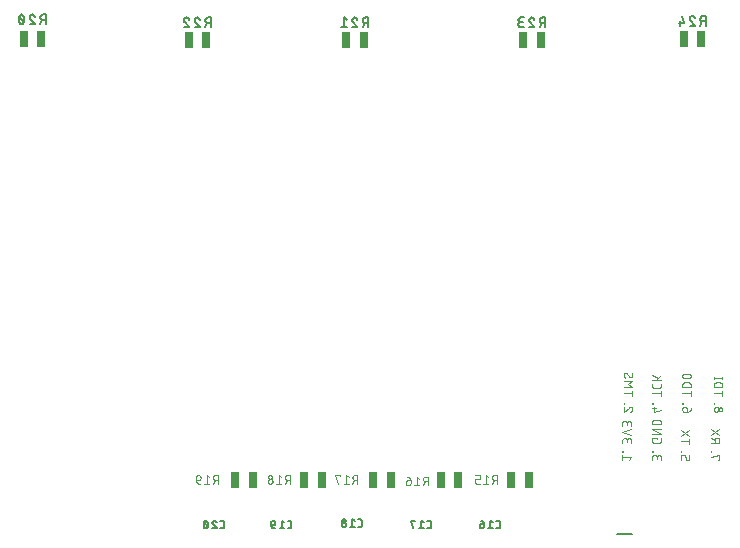
<source format=gbr>
G04 EAGLE Gerber RS-274X export*
G75*
%MOMM*%
%FSLAX34Y34*%
%LPD*%
%INSilkscreen Bottom*%
%IPPOS*%
%AMOC8*
5,1,8,0,0,1.08239X$1,22.5*%
G01*
%ADD10C,0.076200*%
%ADD11R,0.650000X1.400000*%
%ADD12C,0.203200*%
%ADD13C,0.152400*%


D10*
X563640Y67691D02*
X565277Y69737D01*
X557911Y69737D01*
X557911Y67691D02*
X557911Y71783D01*
X557911Y74653D02*
X558320Y74653D01*
X558320Y75062D01*
X557911Y75062D01*
X557911Y74653D01*
X557911Y81834D02*
X557911Y83880D01*
X557913Y83969D01*
X557919Y84058D01*
X557929Y84147D01*
X557942Y84235D01*
X557959Y84323D01*
X557981Y84410D01*
X558006Y84495D01*
X558034Y84580D01*
X558067Y84663D01*
X558103Y84745D01*
X558142Y84825D01*
X558185Y84903D01*
X558231Y84979D01*
X558281Y85054D01*
X558334Y85126D01*
X558390Y85195D01*
X558449Y85262D01*
X558510Y85327D01*
X558575Y85388D01*
X558642Y85447D01*
X558711Y85503D01*
X558783Y85556D01*
X558858Y85606D01*
X558934Y85652D01*
X559012Y85695D01*
X559092Y85734D01*
X559174Y85770D01*
X559257Y85803D01*
X559342Y85831D01*
X559427Y85856D01*
X559514Y85878D01*
X559602Y85895D01*
X559690Y85908D01*
X559779Y85918D01*
X559868Y85924D01*
X559957Y85926D01*
X560046Y85924D01*
X560135Y85918D01*
X560224Y85908D01*
X560312Y85895D01*
X560400Y85878D01*
X560487Y85856D01*
X560572Y85831D01*
X560657Y85803D01*
X560740Y85770D01*
X560822Y85734D01*
X560902Y85695D01*
X560980Y85652D01*
X561056Y85606D01*
X561131Y85556D01*
X561203Y85503D01*
X561272Y85447D01*
X561339Y85388D01*
X561404Y85327D01*
X561465Y85262D01*
X561524Y85195D01*
X561580Y85126D01*
X561633Y85054D01*
X561683Y84979D01*
X561729Y84903D01*
X561772Y84825D01*
X561811Y84745D01*
X561847Y84663D01*
X561880Y84580D01*
X561908Y84495D01*
X561933Y84410D01*
X561955Y84323D01*
X561972Y84235D01*
X561985Y84147D01*
X561995Y84058D01*
X562001Y83969D01*
X562003Y83880D01*
X565277Y84289D02*
X565277Y81834D01*
X565277Y84289D02*
X565275Y84368D01*
X565269Y84447D01*
X565260Y84526D01*
X565247Y84604D01*
X565229Y84681D01*
X565209Y84757D01*
X565184Y84832D01*
X565156Y84906D01*
X565125Y84979D01*
X565089Y85050D01*
X565051Y85119D01*
X565009Y85186D01*
X564964Y85251D01*
X564916Y85314D01*
X564865Y85375D01*
X564811Y85432D01*
X564755Y85488D01*
X564696Y85540D01*
X564634Y85590D01*
X564570Y85636D01*
X564504Y85680D01*
X564436Y85720D01*
X564366Y85756D01*
X564294Y85790D01*
X564220Y85820D01*
X564146Y85846D01*
X564070Y85869D01*
X563993Y85887D01*
X563916Y85903D01*
X563837Y85914D01*
X563759Y85922D01*
X563680Y85926D01*
X563600Y85926D01*
X563521Y85922D01*
X563443Y85914D01*
X563364Y85903D01*
X563287Y85887D01*
X563210Y85869D01*
X563134Y85846D01*
X563060Y85820D01*
X562986Y85790D01*
X562914Y85756D01*
X562844Y85720D01*
X562776Y85680D01*
X562710Y85636D01*
X562646Y85590D01*
X562584Y85540D01*
X562525Y85488D01*
X562469Y85432D01*
X562415Y85375D01*
X562364Y85314D01*
X562316Y85251D01*
X562271Y85186D01*
X562229Y85119D01*
X562191Y85050D01*
X562155Y84979D01*
X562124Y84906D01*
X562096Y84832D01*
X562071Y84757D01*
X562051Y84681D01*
X562033Y84604D01*
X562020Y84526D01*
X562011Y84447D01*
X562005Y84368D01*
X562003Y84289D01*
X562003Y82652D01*
X565277Y88740D02*
X557911Y91195D01*
X565277Y93650D01*
X557911Y96464D02*
X557911Y98510D01*
X557913Y98599D01*
X557919Y98688D01*
X557929Y98777D01*
X557942Y98865D01*
X557959Y98953D01*
X557981Y99040D01*
X558006Y99125D01*
X558034Y99210D01*
X558067Y99293D01*
X558103Y99375D01*
X558142Y99455D01*
X558185Y99533D01*
X558231Y99609D01*
X558281Y99684D01*
X558334Y99756D01*
X558390Y99825D01*
X558449Y99892D01*
X558510Y99957D01*
X558575Y100018D01*
X558642Y100077D01*
X558711Y100133D01*
X558783Y100186D01*
X558858Y100236D01*
X558934Y100282D01*
X559012Y100325D01*
X559092Y100364D01*
X559174Y100400D01*
X559257Y100433D01*
X559342Y100461D01*
X559427Y100486D01*
X559514Y100508D01*
X559602Y100525D01*
X559690Y100538D01*
X559779Y100548D01*
X559868Y100554D01*
X559957Y100556D01*
X560046Y100554D01*
X560135Y100548D01*
X560224Y100538D01*
X560312Y100525D01*
X560400Y100508D01*
X560487Y100486D01*
X560572Y100461D01*
X560657Y100433D01*
X560740Y100400D01*
X560822Y100364D01*
X560902Y100325D01*
X560980Y100282D01*
X561056Y100236D01*
X561131Y100186D01*
X561203Y100133D01*
X561272Y100077D01*
X561339Y100018D01*
X561404Y99957D01*
X561465Y99892D01*
X561524Y99825D01*
X561580Y99756D01*
X561633Y99684D01*
X561683Y99609D01*
X561729Y99533D01*
X561772Y99455D01*
X561811Y99375D01*
X561847Y99293D01*
X561880Y99210D01*
X561908Y99125D01*
X561933Y99040D01*
X561955Y98953D01*
X561972Y98865D01*
X561985Y98777D01*
X561995Y98688D01*
X562001Y98599D01*
X562003Y98510D01*
X565277Y98919D02*
X565277Y96464D01*
X565277Y98919D02*
X565275Y98998D01*
X565269Y99077D01*
X565260Y99156D01*
X565247Y99234D01*
X565229Y99311D01*
X565209Y99387D01*
X565184Y99462D01*
X565156Y99536D01*
X565125Y99609D01*
X565089Y99680D01*
X565051Y99749D01*
X565009Y99816D01*
X564964Y99881D01*
X564916Y99944D01*
X564865Y100005D01*
X564811Y100062D01*
X564755Y100118D01*
X564696Y100170D01*
X564634Y100220D01*
X564570Y100266D01*
X564504Y100310D01*
X564436Y100350D01*
X564366Y100386D01*
X564294Y100420D01*
X564220Y100450D01*
X564146Y100476D01*
X564070Y100499D01*
X563993Y100517D01*
X563916Y100533D01*
X563837Y100544D01*
X563759Y100552D01*
X563680Y100556D01*
X563600Y100556D01*
X563521Y100552D01*
X563443Y100544D01*
X563364Y100533D01*
X563287Y100517D01*
X563210Y100499D01*
X563134Y100476D01*
X563060Y100450D01*
X562986Y100420D01*
X562914Y100386D01*
X562844Y100350D01*
X562776Y100310D01*
X562710Y100266D01*
X562646Y100220D01*
X562584Y100170D01*
X562525Y100118D01*
X562469Y100062D01*
X562415Y100005D01*
X562364Y99944D01*
X562316Y99881D01*
X562271Y99816D01*
X562229Y99749D01*
X562191Y99680D01*
X562155Y99609D01*
X562124Y99536D01*
X562096Y99462D01*
X562071Y99387D01*
X562051Y99311D01*
X562033Y99234D01*
X562020Y99156D01*
X562011Y99077D01*
X562005Y98998D01*
X562003Y98919D01*
X562003Y97283D01*
X566548Y110582D02*
X566546Y110667D01*
X566540Y110752D01*
X566530Y110836D01*
X566517Y110920D01*
X566499Y111004D01*
X566478Y111086D01*
X566453Y111167D01*
X566424Y111247D01*
X566391Y111326D01*
X566355Y111403D01*
X566315Y111478D01*
X566272Y111552D01*
X566226Y111623D01*
X566176Y111692D01*
X566123Y111759D01*
X566067Y111823D01*
X566008Y111884D01*
X565947Y111943D01*
X565883Y111999D01*
X565816Y112052D01*
X565747Y112102D01*
X565676Y112148D01*
X565602Y112191D01*
X565527Y112231D01*
X565450Y112267D01*
X565371Y112300D01*
X565291Y112329D01*
X565210Y112354D01*
X565128Y112375D01*
X565044Y112393D01*
X564960Y112406D01*
X564876Y112416D01*
X564791Y112422D01*
X564706Y112424D01*
X566547Y110582D02*
X566545Y110486D01*
X566539Y110390D01*
X566529Y110295D01*
X566516Y110200D01*
X566498Y110105D01*
X566477Y110012D01*
X566452Y109919D01*
X566423Y109828D01*
X566391Y109737D01*
X566355Y109648D01*
X566315Y109561D01*
X566272Y109475D01*
X566226Y109391D01*
X566176Y109309D01*
X566122Y109229D01*
X566066Y109152D01*
X566006Y109077D01*
X565944Y109004D01*
X565878Y108934D01*
X565810Y108866D01*
X565739Y108801D01*
X565666Y108740D01*
X565590Y108681D01*
X565511Y108625D01*
X565431Y108573D01*
X565348Y108524D01*
X565264Y108478D01*
X565178Y108436D01*
X565090Y108398D01*
X565001Y108363D01*
X564910Y108331D01*
X563274Y111809D02*
X563333Y111869D01*
X563395Y111926D01*
X563459Y111981D01*
X563526Y112032D01*
X563595Y112081D01*
X563665Y112127D01*
X563738Y112170D01*
X563812Y112210D01*
X563888Y112246D01*
X563966Y112279D01*
X564045Y112309D01*
X564125Y112336D01*
X564206Y112359D01*
X564288Y112378D01*
X564370Y112394D01*
X564454Y112407D01*
X564538Y112416D01*
X564622Y112421D01*
X564706Y112423D01*
X563273Y111809D02*
X559181Y108331D01*
X559181Y112423D01*
X559181Y115293D02*
X559590Y115293D01*
X559590Y115702D01*
X559181Y115702D01*
X559181Y115293D01*
X559181Y124032D02*
X566547Y124032D01*
X566547Y121986D02*
X566547Y126078D01*
X566547Y129136D02*
X559181Y129136D01*
X562455Y131591D02*
X566547Y129136D01*
X562455Y131591D02*
X566547Y134046D01*
X559181Y134046D01*
X559181Y139803D02*
X559183Y139881D01*
X559188Y139959D01*
X559198Y140036D01*
X559211Y140113D01*
X559227Y140189D01*
X559247Y140264D01*
X559271Y140338D01*
X559298Y140411D01*
X559329Y140483D01*
X559363Y140553D01*
X559400Y140622D01*
X559441Y140688D01*
X559485Y140753D01*
X559531Y140815D01*
X559581Y140875D01*
X559633Y140933D01*
X559688Y140988D01*
X559746Y141040D01*
X559806Y141090D01*
X559868Y141136D01*
X559933Y141180D01*
X560000Y141221D01*
X560068Y141258D01*
X560138Y141292D01*
X560210Y141323D01*
X560283Y141350D01*
X560357Y141374D01*
X560432Y141394D01*
X560508Y141410D01*
X560585Y141423D01*
X560662Y141433D01*
X560740Y141438D01*
X560818Y141440D01*
X559181Y139803D02*
X559183Y139689D01*
X559188Y139576D01*
X559198Y139462D01*
X559211Y139349D01*
X559228Y139237D01*
X559248Y139125D01*
X559272Y139014D01*
X559300Y138903D01*
X559331Y138794D01*
X559366Y138686D01*
X559405Y138579D01*
X559447Y138473D01*
X559492Y138369D01*
X559541Y138266D01*
X559594Y138165D01*
X559649Y138066D01*
X559708Y137968D01*
X559770Y137873D01*
X559835Y137780D01*
X559903Y137688D01*
X559974Y137600D01*
X560048Y137513D01*
X560125Y137429D01*
X560204Y137348D01*
X564910Y137552D02*
X564988Y137554D01*
X565066Y137559D01*
X565143Y137569D01*
X565220Y137582D01*
X565296Y137598D01*
X565371Y137618D01*
X565445Y137642D01*
X565518Y137669D01*
X565590Y137700D01*
X565660Y137734D01*
X565729Y137771D01*
X565795Y137812D01*
X565860Y137856D01*
X565922Y137902D01*
X565982Y137952D01*
X566040Y138004D01*
X566095Y138059D01*
X566147Y138117D01*
X566197Y138177D01*
X566243Y138239D01*
X566287Y138304D01*
X566328Y138371D01*
X566365Y138439D01*
X566399Y138509D01*
X566430Y138581D01*
X566457Y138654D01*
X566481Y138728D01*
X566501Y138803D01*
X566517Y138879D01*
X566530Y138956D01*
X566540Y139033D01*
X566545Y139111D01*
X566547Y139189D01*
X566545Y139299D01*
X566539Y139408D01*
X566529Y139518D01*
X566516Y139626D01*
X566498Y139735D01*
X566477Y139842D01*
X566451Y139949D01*
X566422Y140055D01*
X566390Y140160D01*
X566353Y140263D01*
X566313Y140365D01*
X566269Y140466D01*
X566221Y140565D01*
X566171Y140662D01*
X566116Y140757D01*
X566058Y140850D01*
X565997Y140941D01*
X565933Y141030D01*
X563477Y138371D02*
X563519Y138304D01*
X563563Y138239D01*
X563611Y138177D01*
X563661Y138117D01*
X563714Y138059D01*
X563770Y138004D01*
X563829Y137952D01*
X563889Y137902D01*
X563953Y137855D01*
X564018Y137812D01*
X564085Y137771D01*
X564154Y137734D01*
X564225Y137700D01*
X564297Y137669D01*
X564371Y137642D01*
X564445Y137618D01*
X564521Y137598D01*
X564598Y137582D01*
X564675Y137569D01*
X564753Y137559D01*
X564832Y137554D01*
X564910Y137552D01*
X562250Y140622D02*
X562208Y140688D01*
X562164Y140753D01*
X562117Y140815D01*
X562066Y140875D01*
X562013Y140933D01*
X561957Y140988D01*
X561899Y141041D01*
X561838Y141090D01*
X561775Y141137D01*
X561710Y141180D01*
X561643Y141221D01*
X561574Y141258D01*
X561503Y141292D01*
X561431Y141323D01*
X561357Y141350D01*
X561282Y141374D01*
X561207Y141394D01*
X561130Y141410D01*
X561053Y141423D01*
X560975Y141433D01*
X560896Y141438D01*
X560818Y141440D01*
X562250Y140622D02*
X563478Y138371D01*
X583311Y69737D02*
X583311Y67691D01*
X583311Y69737D02*
X583313Y69826D01*
X583319Y69915D01*
X583329Y70004D01*
X583342Y70092D01*
X583359Y70180D01*
X583381Y70267D01*
X583406Y70352D01*
X583434Y70437D01*
X583467Y70520D01*
X583503Y70602D01*
X583542Y70682D01*
X583585Y70760D01*
X583631Y70836D01*
X583681Y70911D01*
X583734Y70983D01*
X583790Y71052D01*
X583849Y71119D01*
X583910Y71184D01*
X583975Y71245D01*
X584042Y71304D01*
X584111Y71360D01*
X584183Y71413D01*
X584258Y71463D01*
X584334Y71509D01*
X584412Y71552D01*
X584492Y71591D01*
X584574Y71627D01*
X584657Y71660D01*
X584742Y71688D01*
X584827Y71713D01*
X584914Y71735D01*
X585002Y71752D01*
X585090Y71765D01*
X585179Y71775D01*
X585268Y71781D01*
X585357Y71783D01*
X585446Y71781D01*
X585535Y71775D01*
X585624Y71765D01*
X585712Y71752D01*
X585800Y71735D01*
X585887Y71713D01*
X585972Y71688D01*
X586057Y71660D01*
X586140Y71627D01*
X586222Y71591D01*
X586302Y71552D01*
X586380Y71509D01*
X586456Y71463D01*
X586531Y71413D01*
X586603Y71360D01*
X586672Y71304D01*
X586739Y71245D01*
X586804Y71184D01*
X586865Y71119D01*
X586924Y71052D01*
X586980Y70983D01*
X587033Y70911D01*
X587083Y70836D01*
X587129Y70760D01*
X587172Y70682D01*
X587211Y70602D01*
X587247Y70520D01*
X587280Y70437D01*
X587308Y70352D01*
X587333Y70267D01*
X587355Y70180D01*
X587372Y70092D01*
X587385Y70004D01*
X587395Y69915D01*
X587401Y69826D01*
X587403Y69737D01*
X590677Y70146D02*
X590677Y67691D01*
X590677Y70146D02*
X590675Y70225D01*
X590669Y70304D01*
X590660Y70383D01*
X590647Y70461D01*
X590629Y70538D01*
X590609Y70614D01*
X590584Y70689D01*
X590556Y70763D01*
X590525Y70836D01*
X590489Y70907D01*
X590451Y70976D01*
X590409Y71043D01*
X590364Y71108D01*
X590316Y71171D01*
X590265Y71232D01*
X590211Y71289D01*
X590155Y71345D01*
X590096Y71397D01*
X590034Y71447D01*
X589970Y71493D01*
X589904Y71537D01*
X589836Y71577D01*
X589766Y71613D01*
X589694Y71647D01*
X589620Y71677D01*
X589546Y71703D01*
X589470Y71726D01*
X589393Y71744D01*
X589316Y71760D01*
X589237Y71771D01*
X589159Y71779D01*
X589080Y71783D01*
X589000Y71783D01*
X588921Y71779D01*
X588843Y71771D01*
X588764Y71760D01*
X588687Y71744D01*
X588610Y71726D01*
X588534Y71703D01*
X588460Y71677D01*
X588386Y71647D01*
X588314Y71613D01*
X588244Y71577D01*
X588176Y71537D01*
X588110Y71493D01*
X588046Y71447D01*
X587984Y71397D01*
X587925Y71345D01*
X587869Y71289D01*
X587815Y71232D01*
X587764Y71171D01*
X587716Y71108D01*
X587671Y71043D01*
X587629Y70976D01*
X587591Y70907D01*
X587555Y70836D01*
X587524Y70763D01*
X587496Y70689D01*
X587471Y70614D01*
X587451Y70538D01*
X587433Y70461D01*
X587420Y70383D01*
X587411Y70304D01*
X587405Y70225D01*
X587403Y70146D01*
X587403Y68509D01*
X583720Y74653D02*
X583311Y74653D01*
X583720Y74653D02*
X583720Y75062D01*
X583311Y75062D01*
X583311Y74653D01*
X587403Y84942D02*
X587403Y86170D01*
X583311Y86170D01*
X583311Y83714D01*
X583313Y83636D01*
X583318Y83558D01*
X583328Y83481D01*
X583341Y83404D01*
X583357Y83328D01*
X583377Y83253D01*
X583401Y83179D01*
X583428Y83106D01*
X583459Y83034D01*
X583493Y82964D01*
X583530Y82896D01*
X583571Y82829D01*
X583615Y82764D01*
X583661Y82702D01*
X583711Y82642D01*
X583763Y82584D01*
X583818Y82529D01*
X583876Y82477D01*
X583936Y82427D01*
X583998Y82381D01*
X584063Y82337D01*
X584130Y82296D01*
X584198Y82259D01*
X584268Y82225D01*
X584340Y82194D01*
X584413Y82167D01*
X584487Y82143D01*
X584562Y82123D01*
X584638Y82107D01*
X584715Y82094D01*
X584792Y82084D01*
X584870Y82079D01*
X584948Y82077D01*
X584948Y82078D02*
X589040Y82078D01*
X589040Y82077D02*
X589118Y82079D01*
X589196Y82084D01*
X589273Y82094D01*
X589350Y82107D01*
X589426Y82123D01*
X589501Y82143D01*
X589575Y82167D01*
X589648Y82194D01*
X589720Y82225D01*
X589790Y82259D01*
X589859Y82296D01*
X589925Y82337D01*
X589990Y82381D01*
X590052Y82427D01*
X590112Y82477D01*
X590170Y82529D01*
X590225Y82584D01*
X590277Y82642D01*
X590327Y82702D01*
X590373Y82764D01*
X590417Y82829D01*
X590458Y82896D01*
X590495Y82964D01*
X590529Y83034D01*
X590560Y83106D01*
X590587Y83179D01*
X590611Y83253D01*
X590631Y83328D01*
X590647Y83404D01*
X590660Y83481D01*
X590670Y83558D01*
X590675Y83636D01*
X590677Y83714D01*
X590677Y86170D01*
X590677Y89880D02*
X583311Y89880D01*
X583311Y93973D02*
X590677Y89880D01*
X590677Y93973D02*
X583311Y93973D01*
X583311Y97683D02*
X590677Y97683D01*
X590677Y99729D01*
X590675Y99818D01*
X590669Y99907D01*
X590659Y99996D01*
X590646Y100084D01*
X590629Y100172D01*
X590607Y100259D01*
X590582Y100344D01*
X590554Y100429D01*
X590521Y100512D01*
X590485Y100594D01*
X590446Y100674D01*
X590403Y100752D01*
X590357Y100828D01*
X590307Y100903D01*
X590254Y100975D01*
X590198Y101044D01*
X590139Y101111D01*
X590078Y101176D01*
X590013Y101237D01*
X589946Y101296D01*
X589877Y101352D01*
X589805Y101405D01*
X589730Y101455D01*
X589654Y101501D01*
X589576Y101544D01*
X589496Y101583D01*
X589414Y101619D01*
X589331Y101652D01*
X589246Y101680D01*
X589161Y101705D01*
X589074Y101727D01*
X588986Y101744D01*
X588898Y101757D01*
X588809Y101767D01*
X588720Y101773D01*
X588631Y101775D01*
X585357Y101775D01*
X585268Y101773D01*
X585179Y101767D01*
X585090Y101757D01*
X585002Y101744D01*
X584914Y101727D01*
X584827Y101705D01*
X584742Y101680D01*
X584657Y101652D01*
X584574Y101619D01*
X584492Y101583D01*
X584412Y101544D01*
X584334Y101501D01*
X584258Y101455D01*
X584183Y101405D01*
X584111Y101352D01*
X584042Y101296D01*
X583975Y101237D01*
X583910Y101176D01*
X583849Y101111D01*
X583790Y101044D01*
X583734Y100975D01*
X583681Y100903D01*
X583631Y100828D01*
X583585Y100752D01*
X583542Y100674D01*
X583503Y100594D01*
X583467Y100512D01*
X583434Y100429D01*
X583406Y100344D01*
X583381Y100259D01*
X583359Y100172D01*
X583342Y100084D01*
X583329Y99996D01*
X583319Y99907D01*
X583313Y99818D01*
X583311Y99729D01*
X583311Y97683D01*
X607441Y70146D02*
X607441Y67691D01*
X607441Y70146D02*
X607443Y70226D01*
X607449Y70306D01*
X607459Y70386D01*
X607472Y70465D01*
X607490Y70544D01*
X607511Y70621D01*
X607537Y70697D01*
X607566Y70772D01*
X607598Y70846D01*
X607634Y70918D01*
X607674Y70988D01*
X607717Y71055D01*
X607763Y71121D01*
X607813Y71184D01*
X607865Y71245D01*
X607920Y71304D01*
X607979Y71359D01*
X608039Y71411D01*
X608103Y71461D01*
X608169Y71507D01*
X608236Y71550D01*
X608306Y71590D01*
X608378Y71626D01*
X608452Y71658D01*
X608526Y71687D01*
X608603Y71713D01*
X608680Y71734D01*
X608759Y71752D01*
X608838Y71765D01*
X608918Y71775D01*
X608998Y71781D01*
X609078Y71783D01*
X609896Y71783D01*
X609974Y71781D01*
X610052Y71776D01*
X610129Y71766D01*
X610206Y71753D01*
X610282Y71737D01*
X610357Y71717D01*
X610431Y71693D01*
X610504Y71666D01*
X610576Y71635D01*
X610646Y71601D01*
X610715Y71564D01*
X610781Y71523D01*
X610846Y71479D01*
X610908Y71433D01*
X610968Y71383D01*
X611026Y71331D01*
X611081Y71276D01*
X611133Y71218D01*
X611183Y71158D01*
X611229Y71096D01*
X611273Y71031D01*
X611314Y70965D01*
X611351Y70896D01*
X611385Y70826D01*
X611416Y70754D01*
X611443Y70681D01*
X611467Y70607D01*
X611487Y70532D01*
X611503Y70456D01*
X611516Y70379D01*
X611526Y70302D01*
X611531Y70224D01*
X611533Y70146D01*
X611533Y67691D01*
X614807Y67691D01*
X614807Y71783D01*
X607850Y74653D02*
X607441Y74653D01*
X607850Y74653D02*
X607850Y75062D01*
X607441Y75062D01*
X607441Y74653D01*
X607441Y83392D02*
X614807Y83392D01*
X614807Y81346D02*
X614807Y85438D01*
X614807Y92675D02*
X607441Y87764D01*
X607441Y92675D02*
X614807Y87764D01*
X639389Y67691D02*
X640207Y67691D01*
X640207Y71783D01*
X632841Y69737D01*
X632841Y74653D02*
X633250Y74653D01*
X633250Y75062D01*
X632841Y75062D01*
X632841Y74653D01*
X632841Y82129D02*
X640207Y82129D01*
X640207Y84175D01*
X640205Y84264D01*
X640199Y84353D01*
X640189Y84442D01*
X640176Y84530D01*
X640159Y84618D01*
X640137Y84705D01*
X640112Y84790D01*
X640084Y84875D01*
X640051Y84958D01*
X640015Y85040D01*
X639976Y85120D01*
X639933Y85198D01*
X639887Y85274D01*
X639837Y85349D01*
X639784Y85421D01*
X639728Y85490D01*
X639669Y85557D01*
X639608Y85622D01*
X639543Y85683D01*
X639476Y85742D01*
X639407Y85798D01*
X639335Y85851D01*
X639260Y85901D01*
X639184Y85947D01*
X639106Y85990D01*
X639026Y86029D01*
X638944Y86065D01*
X638861Y86098D01*
X638776Y86126D01*
X638691Y86151D01*
X638604Y86173D01*
X638516Y86190D01*
X638428Y86203D01*
X638339Y86213D01*
X638250Y86219D01*
X638161Y86221D01*
X638072Y86219D01*
X637983Y86213D01*
X637894Y86203D01*
X637806Y86190D01*
X637718Y86173D01*
X637631Y86151D01*
X637546Y86126D01*
X637461Y86098D01*
X637378Y86065D01*
X637296Y86029D01*
X637216Y85990D01*
X637138Y85947D01*
X637062Y85901D01*
X636987Y85851D01*
X636915Y85798D01*
X636846Y85742D01*
X636779Y85683D01*
X636714Y85622D01*
X636653Y85557D01*
X636594Y85490D01*
X636538Y85421D01*
X636485Y85349D01*
X636435Y85274D01*
X636389Y85198D01*
X636346Y85120D01*
X636307Y85040D01*
X636271Y84958D01*
X636238Y84875D01*
X636210Y84790D01*
X636185Y84705D01*
X636163Y84618D01*
X636146Y84530D01*
X636133Y84442D01*
X636123Y84353D01*
X636117Y84264D01*
X636115Y84175D01*
X636115Y82129D01*
X636115Y84584D02*
X632841Y86221D01*
X632841Y88983D02*
X640207Y93894D01*
X640207Y88983D02*
X632841Y93894D01*
X590677Y109968D02*
X584948Y108331D01*
X584948Y112423D01*
X586585Y111196D02*
X583311Y111196D01*
X583311Y115293D02*
X583720Y115293D01*
X583720Y115702D01*
X583311Y115702D01*
X583311Y115293D01*
X583311Y124032D02*
X590677Y124032D01*
X590677Y121986D02*
X590677Y126078D01*
X583311Y130427D02*
X583311Y132064D01*
X583311Y130427D02*
X583313Y130349D01*
X583318Y130271D01*
X583328Y130194D01*
X583341Y130117D01*
X583357Y130041D01*
X583377Y129966D01*
X583401Y129892D01*
X583428Y129819D01*
X583459Y129747D01*
X583493Y129677D01*
X583530Y129609D01*
X583571Y129542D01*
X583615Y129477D01*
X583661Y129415D01*
X583711Y129355D01*
X583763Y129297D01*
X583818Y129242D01*
X583876Y129190D01*
X583936Y129140D01*
X583998Y129094D01*
X584063Y129050D01*
X584130Y129009D01*
X584198Y128972D01*
X584268Y128938D01*
X584340Y128907D01*
X584413Y128880D01*
X584487Y128856D01*
X584562Y128836D01*
X584638Y128820D01*
X584715Y128807D01*
X584792Y128797D01*
X584870Y128792D01*
X584948Y128790D01*
X589040Y128790D01*
X589118Y128792D01*
X589196Y128797D01*
X589273Y128807D01*
X589350Y128820D01*
X589426Y128836D01*
X589501Y128856D01*
X589575Y128880D01*
X589648Y128907D01*
X589720Y128938D01*
X589790Y128972D01*
X589859Y129009D01*
X589925Y129050D01*
X589990Y129094D01*
X590052Y129140D01*
X590112Y129190D01*
X590170Y129242D01*
X590225Y129297D01*
X590277Y129355D01*
X590327Y129415D01*
X590373Y129477D01*
X590417Y129542D01*
X590458Y129609D01*
X590495Y129677D01*
X590529Y129747D01*
X590560Y129819D01*
X590587Y129892D01*
X590611Y129966D01*
X590631Y130041D01*
X590647Y130117D01*
X590660Y130194D01*
X590670Y130271D01*
X590675Y130349D01*
X590677Y130427D01*
X590677Y132064D01*
X590677Y135271D02*
X583311Y135271D01*
X586176Y135271D02*
X590677Y139363D01*
X587812Y136908D02*
X583311Y139363D01*
X612803Y110786D02*
X612803Y108331D01*
X612803Y110786D02*
X612801Y110864D01*
X612796Y110942D01*
X612786Y111019D01*
X612773Y111096D01*
X612757Y111172D01*
X612737Y111247D01*
X612713Y111321D01*
X612686Y111394D01*
X612655Y111466D01*
X612621Y111536D01*
X612584Y111605D01*
X612543Y111671D01*
X612499Y111736D01*
X612453Y111798D01*
X612403Y111858D01*
X612351Y111916D01*
X612296Y111971D01*
X612238Y112023D01*
X612178Y112073D01*
X612116Y112119D01*
X612051Y112163D01*
X611985Y112204D01*
X611916Y112241D01*
X611846Y112275D01*
X611774Y112306D01*
X611701Y112333D01*
X611627Y112357D01*
X611552Y112377D01*
X611476Y112393D01*
X611399Y112406D01*
X611322Y112416D01*
X611244Y112421D01*
X611166Y112423D01*
X610757Y112423D01*
X610668Y112421D01*
X610579Y112415D01*
X610490Y112405D01*
X610402Y112392D01*
X610314Y112375D01*
X610227Y112353D01*
X610142Y112328D01*
X610057Y112300D01*
X609974Y112267D01*
X609892Y112231D01*
X609812Y112192D01*
X609734Y112149D01*
X609658Y112103D01*
X609583Y112053D01*
X609511Y112000D01*
X609442Y111944D01*
X609375Y111885D01*
X609310Y111824D01*
X609249Y111759D01*
X609190Y111692D01*
X609134Y111623D01*
X609081Y111551D01*
X609031Y111476D01*
X608985Y111400D01*
X608942Y111322D01*
X608903Y111242D01*
X608867Y111160D01*
X608834Y111077D01*
X608806Y110992D01*
X608781Y110907D01*
X608759Y110820D01*
X608742Y110732D01*
X608729Y110644D01*
X608719Y110555D01*
X608713Y110466D01*
X608711Y110377D01*
X608713Y110288D01*
X608719Y110199D01*
X608729Y110110D01*
X608742Y110022D01*
X608759Y109934D01*
X608781Y109847D01*
X608806Y109762D01*
X608834Y109677D01*
X608867Y109594D01*
X608903Y109512D01*
X608942Y109432D01*
X608985Y109354D01*
X609031Y109278D01*
X609081Y109203D01*
X609134Y109131D01*
X609190Y109062D01*
X609249Y108995D01*
X609310Y108930D01*
X609375Y108869D01*
X609442Y108810D01*
X609511Y108754D01*
X609583Y108701D01*
X609658Y108651D01*
X609734Y108605D01*
X609812Y108562D01*
X609892Y108523D01*
X609974Y108487D01*
X610057Y108454D01*
X610142Y108426D01*
X610227Y108401D01*
X610314Y108379D01*
X610402Y108362D01*
X610490Y108349D01*
X610579Y108339D01*
X610668Y108333D01*
X610757Y108331D01*
X612803Y108331D01*
X612917Y108333D01*
X613031Y108339D01*
X613145Y108349D01*
X613259Y108363D01*
X613372Y108381D01*
X613484Y108403D01*
X613595Y108428D01*
X613705Y108458D01*
X613815Y108491D01*
X613923Y108528D01*
X614029Y108569D01*
X614135Y108614D01*
X614238Y108662D01*
X614340Y108714D01*
X614440Y108770D01*
X614538Y108828D01*
X614634Y108891D01*
X614727Y108956D01*
X614819Y109025D01*
X614907Y109097D01*
X614994Y109172D01*
X615077Y109250D01*
X615158Y109331D01*
X615236Y109414D01*
X615311Y109501D01*
X615383Y109589D01*
X615452Y109681D01*
X615517Y109774D01*
X615579Y109870D01*
X615638Y109968D01*
X615694Y110068D01*
X615746Y110170D01*
X615794Y110273D01*
X615839Y110379D01*
X615880Y110485D01*
X615917Y110593D01*
X615950Y110703D01*
X615980Y110813D01*
X616005Y110924D01*
X616027Y111036D01*
X616045Y111149D01*
X616059Y111263D01*
X616069Y111377D01*
X616075Y111491D01*
X616077Y111605D01*
X609120Y115293D02*
X608711Y115293D01*
X609120Y115293D02*
X609120Y115702D01*
X608711Y115702D01*
X608711Y115293D01*
X608711Y124032D02*
X616077Y124032D01*
X616077Y121986D02*
X616077Y126078D01*
X616077Y129057D02*
X608711Y129057D01*
X616077Y129057D02*
X616077Y131103D01*
X616075Y131192D01*
X616069Y131281D01*
X616059Y131370D01*
X616046Y131458D01*
X616029Y131546D01*
X616007Y131633D01*
X615982Y131718D01*
X615954Y131803D01*
X615921Y131886D01*
X615885Y131968D01*
X615846Y132048D01*
X615803Y132126D01*
X615757Y132202D01*
X615707Y132277D01*
X615654Y132349D01*
X615598Y132418D01*
X615539Y132485D01*
X615478Y132550D01*
X615413Y132611D01*
X615346Y132670D01*
X615277Y132726D01*
X615205Y132779D01*
X615130Y132829D01*
X615054Y132875D01*
X614976Y132918D01*
X614896Y132957D01*
X614814Y132993D01*
X614731Y133026D01*
X614646Y133054D01*
X614561Y133079D01*
X614474Y133101D01*
X614386Y133118D01*
X614298Y133131D01*
X614209Y133141D01*
X614120Y133147D01*
X614031Y133149D01*
X614031Y133150D02*
X610757Y133150D01*
X610757Y133149D02*
X610668Y133147D01*
X610579Y133141D01*
X610490Y133131D01*
X610402Y133118D01*
X610314Y133101D01*
X610227Y133079D01*
X610142Y133054D01*
X610057Y133026D01*
X609974Y132993D01*
X609892Y132957D01*
X609812Y132918D01*
X609734Y132875D01*
X609658Y132829D01*
X609583Y132779D01*
X609511Y132726D01*
X609442Y132670D01*
X609375Y132611D01*
X609310Y132550D01*
X609249Y132485D01*
X609190Y132418D01*
X609134Y132349D01*
X609081Y132277D01*
X609031Y132202D01*
X608985Y132126D01*
X608942Y132048D01*
X608903Y131968D01*
X608867Y131886D01*
X608834Y131803D01*
X608806Y131718D01*
X608781Y131633D01*
X608759Y131546D01*
X608742Y131458D01*
X608729Y131370D01*
X608719Y131281D01*
X608713Y131192D01*
X608711Y131103D01*
X608711Y129057D01*
X610757Y136616D02*
X614031Y136616D01*
X614120Y136618D01*
X614209Y136624D01*
X614298Y136634D01*
X614386Y136647D01*
X614474Y136664D01*
X614561Y136686D01*
X614646Y136711D01*
X614731Y136739D01*
X614814Y136772D01*
X614896Y136808D01*
X614976Y136847D01*
X615054Y136890D01*
X615130Y136936D01*
X615205Y136986D01*
X615277Y137039D01*
X615346Y137095D01*
X615413Y137154D01*
X615478Y137215D01*
X615539Y137280D01*
X615598Y137347D01*
X615654Y137416D01*
X615707Y137488D01*
X615757Y137563D01*
X615803Y137639D01*
X615846Y137717D01*
X615885Y137797D01*
X615921Y137879D01*
X615954Y137962D01*
X615982Y138047D01*
X616007Y138132D01*
X616029Y138219D01*
X616046Y138307D01*
X616059Y138395D01*
X616069Y138484D01*
X616075Y138573D01*
X616077Y138662D01*
X616075Y138751D01*
X616069Y138840D01*
X616059Y138929D01*
X616046Y139017D01*
X616029Y139105D01*
X616007Y139192D01*
X615982Y139277D01*
X615954Y139362D01*
X615921Y139445D01*
X615885Y139527D01*
X615846Y139607D01*
X615803Y139685D01*
X615757Y139761D01*
X615707Y139836D01*
X615654Y139908D01*
X615598Y139977D01*
X615539Y140044D01*
X615478Y140109D01*
X615413Y140170D01*
X615346Y140229D01*
X615277Y140285D01*
X615205Y140338D01*
X615130Y140388D01*
X615054Y140434D01*
X614976Y140477D01*
X614896Y140516D01*
X614814Y140552D01*
X614731Y140585D01*
X614646Y140613D01*
X614561Y140638D01*
X614474Y140660D01*
X614386Y140677D01*
X614298Y140690D01*
X614209Y140700D01*
X614120Y140706D01*
X614031Y140708D01*
X614031Y140709D02*
X610757Y140709D01*
X610757Y140708D02*
X610668Y140706D01*
X610579Y140700D01*
X610490Y140690D01*
X610402Y140677D01*
X610314Y140660D01*
X610227Y140638D01*
X610142Y140613D01*
X610057Y140585D01*
X609974Y140552D01*
X609892Y140516D01*
X609812Y140477D01*
X609734Y140434D01*
X609658Y140388D01*
X609583Y140338D01*
X609511Y140285D01*
X609442Y140229D01*
X609375Y140170D01*
X609310Y140109D01*
X609249Y140044D01*
X609190Y139977D01*
X609134Y139908D01*
X609081Y139836D01*
X609031Y139761D01*
X608985Y139685D01*
X608942Y139607D01*
X608903Y139527D01*
X608867Y139445D01*
X608834Y139362D01*
X608806Y139277D01*
X608781Y139192D01*
X608759Y139105D01*
X608742Y139017D01*
X608729Y138929D01*
X608719Y138840D01*
X608713Y138751D01*
X608711Y138662D01*
X608713Y138573D01*
X608719Y138484D01*
X608729Y138395D01*
X608742Y138307D01*
X608759Y138219D01*
X608781Y138132D01*
X608806Y138047D01*
X608834Y137962D01*
X608867Y137879D01*
X608903Y137797D01*
X608942Y137717D01*
X608985Y137639D01*
X609031Y137563D01*
X609081Y137488D01*
X609134Y137416D01*
X609190Y137347D01*
X609249Y137280D01*
X609310Y137215D01*
X609375Y137154D01*
X609442Y137095D01*
X609511Y137039D01*
X609583Y136986D01*
X609658Y136936D01*
X609734Y136890D01*
X609812Y136847D01*
X609892Y136808D01*
X609974Y136772D01*
X610057Y136739D01*
X610142Y136711D01*
X610227Y136686D01*
X610314Y136664D01*
X610402Y136647D01*
X610490Y136634D01*
X610579Y136624D01*
X610668Y136618D01*
X610757Y136616D01*
X637427Y112423D02*
X637516Y112421D01*
X637605Y112415D01*
X637694Y112405D01*
X637782Y112392D01*
X637870Y112375D01*
X637957Y112353D01*
X638042Y112328D01*
X638127Y112300D01*
X638210Y112267D01*
X638292Y112231D01*
X638372Y112192D01*
X638450Y112149D01*
X638526Y112103D01*
X638601Y112053D01*
X638673Y112000D01*
X638742Y111944D01*
X638809Y111885D01*
X638874Y111824D01*
X638935Y111759D01*
X638994Y111692D01*
X639050Y111623D01*
X639103Y111551D01*
X639153Y111476D01*
X639199Y111400D01*
X639242Y111322D01*
X639281Y111242D01*
X639317Y111160D01*
X639350Y111077D01*
X639378Y110992D01*
X639403Y110907D01*
X639425Y110820D01*
X639442Y110732D01*
X639455Y110644D01*
X639465Y110555D01*
X639471Y110466D01*
X639473Y110377D01*
X639471Y110288D01*
X639465Y110199D01*
X639455Y110110D01*
X639442Y110022D01*
X639425Y109934D01*
X639403Y109847D01*
X639378Y109762D01*
X639350Y109677D01*
X639317Y109594D01*
X639281Y109512D01*
X639242Y109432D01*
X639199Y109354D01*
X639153Y109278D01*
X639103Y109203D01*
X639050Y109131D01*
X638994Y109062D01*
X638935Y108995D01*
X638874Y108930D01*
X638809Y108869D01*
X638742Y108810D01*
X638673Y108754D01*
X638601Y108701D01*
X638526Y108651D01*
X638450Y108605D01*
X638372Y108562D01*
X638292Y108523D01*
X638210Y108487D01*
X638127Y108454D01*
X638042Y108426D01*
X637957Y108401D01*
X637870Y108379D01*
X637782Y108362D01*
X637694Y108349D01*
X637605Y108339D01*
X637516Y108333D01*
X637427Y108331D01*
X637338Y108333D01*
X637249Y108339D01*
X637160Y108349D01*
X637072Y108362D01*
X636984Y108379D01*
X636897Y108401D01*
X636812Y108426D01*
X636727Y108454D01*
X636644Y108487D01*
X636562Y108523D01*
X636482Y108562D01*
X636404Y108605D01*
X636328Y108651D01*
X636253Y108701D01*
X636181Y108754D01*
X636112Y108810D01*
X636045Y108869D01*
X635980Y108930D01*
X635919Y108995D01*
X635860Y109062D01*
X635804Y109131D01*
X635751Y109203D01*
X635701Y109278D01*
X635655Y109354D01*
X635612Y109432D01*
X635573Y109512D01*
X635537Y109594D01*
X635504Y109677D01*
X635476Y109762D01*
X635451Y109847D01*
X635429Y109934D01*
X635412Y110022D01*
X635399Y110110D01*
X635389Y110199D01*
X635383Y110288D01*
X635381Y110377D01*
X635383Y110466D01*
X635389Y110555D01*
X635399Y110644D01*
X635412Y110732D01*
X635429Y110820D01*
X635451Y110907D01*
X635476Y110992D01*
X635504Y111077D01*
X635537Y111160D01*
X635573Y111242D01*
X635612Y111322D01*
X635655Y111400D01*
X635701Y111476D01*
X635751Y111551D01*
X635804Y111623D01*
X635860Y111692D01*
X635919Y111759D01*
X635980Y111824D01*
X636045Y111885D01*
X636112Y111944D01*
X636181Y112000D01*
X636253Y112053D01*
X636328Y112103D01*
X636404Y112149D01*
X636482Y112192D01*
X636562Y112231D01*
X636644Y112267D01*
X636727Y112300D01*
X636812Y112328D01*
X636897Y112353D01*
X636984Y112375D01*
X637072Y112392D01*
X637160Y112405D01*
X637249Y112415D01*
X637338Y112421D01*
X637427Y112423D01*
X641110Y112014D02*
X641189Y112012D01*
X641268Y112006D01*
X641347Y111997D01*
X641425Y111984D01*
X641502Y111966D01*
X641578Y111946D01*
X641653Y111921D01*
X641727Y111893D01*
X641800Y111862D01*
X641871Y111826D01*
X641940Y111788D01*
X642007Y111746D01*
X642072Y111701D01*
X642135Y111653D01*
X642196Y111602D01*
X642253Y111548D01*
X642309Y111492D01*
X642361Y111433D01*
X642411Y111371D01*
X642457Y111307D01*
X642501Y111241D01*
X642541Y111173D01*
X642577Y111103D01*
X642611Y111031D01*
X642641Y110957D01*
X642667Y110883D01*
X642690Y110807D01*
X642708Y110730D01*
X642724Y110653D01*
X642735Y110574D01*
X642743Y110496D01*
X642747Y110417D01*
X642747Y110337D01*
X642743Y110258D01*
X642735Y110180D01*
X642724Y110101D01*
X642708Y110024D01*
X642690Y109947D01*
X642667Y109871D01*
X642641Y109797D01*
X642611Y109723D01*
X642577Y109651D01*
X642541Y109581D01*
X642501Y109513D01*
X642457Y109447D01*
X642411Y109383D01*
X642361Y109321D01*
X642309Y109262D01*
X642253Y109206D01*
X642196Y109152D01*
X642135Y109101D01*
X642072Y109053D01*
X642007Y109008D01*
X641940Y108966D01*
X641871Y108928D01*
X641800Y108892D01*
X641727Y108861D01*
X641653Y108833D01*
X641578Y108808D01*
X641502Y108788D01*
X641425Y108770D01*
X641347Y108757D01*
X641268Y108748D01*
X641189Y108742D01*
X641110Y108740D01*
X641031Y108742D01*
X640952Y108748D01*
X640873Y108757D01*
X640795Y108770D01*
X640718Y108788D01*
X640642Y108808D01*
X640567Y108833D01*
X640493Y108861D01*
X640420Y108892D01*
X640349Y108928D01*
X640280Y108966D01*
X640213Y109008D01*
X640148Y109053D01*
X640085Y109101D01*
X640024Y109152D01*
X639967Y109206D01*
X639911Y109262D01*
X639859Y109321D01*
X639809Y109383D01*
X639763Y109447D01*
X639719Y109513D01*
X639679Y109581D01*
X639643Y109651D01*
X639609Y109723D01*
X639579Y109797D01*
X639553Y109871D01*
X639530Y109947D01*
X639512Y110024D01*
X639496Y110101D01*
X639485Y110180D01*
X639477Y110258D01*
X639473Y110337D01*
X639473Y110417D01*
X639477Y110496D01*
X639485Y110574D01*
X639496Y110653D01*
X639512Y110730D01*
X639530Y110807D01*
X639553Y110883D01*
X639579Y110957D01*
X639609Y111031D01*
X639643Y111103D01*
X639679Y111173D01*
X639719Y111241D01*
X639763Y111307D01*
X639809Y111371D01*
X639859Y111433D01*
X639911Y111492D01*
X639967Y111548D01*
X640024Y111602D01*
X640085Y111653D01*
X640148Y111701D01*
X640213Y111746D01*
X640280Y111788D01*
X640349Y111826D01*
X640420Y111862D01*
X640493Y111893D01*
X640567Y111921D01*
X640642Y111946D01*
X640718Y111966D01*
X640795Y111984D01*
X640873Y111997D01*
X640952Y112006D01*
X641031Y112012D01*
X641110Y112014D01*
X635790Y115293D02*
X635381Y115293D01*
X635790Y115293D02*
X635790Y115702D01*
X635381Y115702D01*
X635381Y115293D01*
X635381Y124032D02*
X642747Y124032D01*
X642747Y121986D02*
X642747Y126078D01*
X642747Y129057D02*
X635381Y129057D01*
X642747Y129057D02*
X642747Y131103D01*
X642745Y131192D01*
X642739Y131281D01*
X642729Y131370D01*
X642716Y131458D01*
X642699Y131546D01*
X642677Y131633D01*
X642652Y131718D01*
X642624Y131803D01*
X642591Y131886D01*
X642555Y131968D01*
X642516Y132048D01*
X642473Y132126D01*
X642427Y132202D01*
X642377Y132277D01*
X642324Y132349D01*
X642268Y132418D01*
X642209Y132485D01*
X642148Y132550D01*
X642083Y132611D01*
X642016Y132670D01*
X641947Y132726D01*
X641875Y132779D01*
X641800Y132829D01*
X641724Y132875D01*
X641646Y132918D01*
X641566Y132957D01*
X641484Y132993D01*
X641401Y133026D01*
X641316Y133054D01*
X641231Y133079D01*
X641144Y133101D01*
X641056Y133118D01*
X640968Y133131D01*
X640879Y133141D01*
X640790Y133147D01*
X640701Y133149D01*
X640701Y133150D02*
X637427Y133150D01*
X637427Y133149D02*
X637338Y133147D01*
X637249Y133141D01*
X637160Y133131D01*
X637072Y133118D01*
X636984Y133101D01*
X636897Y133079D01*
X636812Y133054D01*
X636727Y133026D01*
X636644Y132993D01*
X636562Y132957D01*
X636482Y132918D01*
X636404Y132875D01*
X636328Y132829D01*
X636253Y132779D01*
X636181Y132726D01*
X636112Y132670D01*
X636045Y132611D01*
X635980Y132550D01*
X635919Y132485D01*
X635860Y132418D01*
X635804Y132349D01*
X635751Y132277D01*
X635701Y132202D01*
X635655Y132126D01*
X635612Y132048D01*
X635573Y131968D01*
X635537Y131886D01*
X635504Y131803D01*
X635476Y131718D01*
X635451Y131633D01*
X635429Y131546D01*
X635412Y131458D01*
X635399Y131370D01*
X635389Y131281D01*
X635383Y131192D01*
X635381Y131103D01*
X635381Y129057D01*
X635381Y137199D02*
X642747Y137199D01*
X635381Y136381D02*
X635381Y138018D01*
X642747Y138018D02*
X642747Y136381D01*
D11*
X51106Y424195D03*
X65838Y424195D03*
D12*
X69770Y436626D02*
X69770Y444754D01*
X67512Y444754D01*
X67419Y444752D01*
X67326Y444746D01*
X67233Y444737D01*
X67140Y444723D01*
X67049Y444706D01*
X66958Y444685D01*
X66868Y444660D01*
X66779Y444632D01*
X66691Y444600D01*
X66605Y444564D01*
X66520Y444525D01*
X66437Y444482D01*
X66356Y444436D01*
X66277Y444386D01*
X66200Y444334D01*
X66125Y444278D01*
X66053Y444219D01*
X65983Y444157D01*
X65915Y444093D01*
X65851Y444025D01*
X65789Y443955D01*
X65730Y443883D01*
X65674Y443808D01*
X65622Y443731D01*
X65572Y443652D01*
X65526Y443571D01*
X65483Y443488D01*
X65444Y443403D01*
X65408Y443317D01*
X65376Y443229D01*
X65348Y443140D01*
X65323Y443050D01*
X65302Y442959D01*
X65285Y442868D01*
X65271Y442775D01*
X65262Y442682D01*
X65256Y442589D01*
X65254Y442496D01*
X65256Y442403D01*
X65262Y442310D01*
X65271Y442217D01*
X65285Y442124D01*
X65302Y442033D01*
X65323Y441942D01*
X65348Y441852D01*
X65376Y441763D01*
X65408Y441675D01*
X65444Y441589D01*
X65483Y441504D01*
X65526Y441421D01*
X65572Y441340D01*
X65622Y441261D01*
X65674Y441184D01*
X65730Y441109D01*
X65789Y441037D01*
X65851Y440967D01*
X65915Y440899D01*
X65983Y440835D01*
X66053Y440773D01*
X66125Y440714D01*
X66200Y440658D01*
X66277Y440606D01*
X66356Y440556D01*
X66437Y440510D01*
X66520Y440467D01*
X66605Y440428D01*
X66691Y440392D01*
X66779Y440360D01*
X66868Y440332D01*
X66958Y440307D01*
X67049Y440286D01*
X67140Y440269D01*
X67233Y440255D01*
X67326Y440246D01*
X67419Y440240D01*
X67512Y440238D01*
X69770Y440238D01*
X67061Y440238D02*
X65255Y436626D01*
X58246Y444754D02*
X58157Y444752D01*
X58069Y444746D01*
X57981Y444737D01*
X57893Y444723D01*
X57806Y444706D01*
X57720Y444685D01*
X57635Y444660D01*
X57551Y444631D01*
X57468Y444599D01*
X57387Y444564D01*
X57308Y444524D01*
X57230Y444482D01*
X57154Y444436D01*
X57080Y444387D01*
X57009Y444334D01*
X56940Y444279D01*
X56873Y444220D01*
X56809Y444159D01*
X56748Y444095D01*
X56689Y444028D01*
X56634Y443959D01*
X56581Y443888D01*
X56532Y443814D01*
X56486Y443738D01*
X56444Y443660D01*
X56404Y443581D01*
X56369Y443500D01*
X56337Y443417D01*
X56308Y443333D01*
X56283Y443248D01*
X56262Y443162D01*
X56245Y443075D01*
X56231Y442987D01*
X56222Y442899D01*
X56216Y442811D01*
X56214Y442722D01*
X58246Y444755D02*
X58345Y444753D01*
X58445Y444747D01*
X58544Y444738D01*
X58642Y444725D01*
X58741Y444708D01*
X58838Y444687D01*
X58934Y444663D01*
X59030Y444635D01*
X59124Y444603D01*
X59217Y444568D01*
X59309Y444529D01*
X59399Y444487D01*
X59487Y444441D01*
X59574Y444392D01*
X59659Y444340D01*
X59741Y444284D01*
X59822Y444226D01*
X59900Y444164D01*
X59976Y444100D01*
X60049Y444033D01*
X60120Y443963D01*
X60187Y443890D01*
X60253Y443815D01*
X60315Y443737D01*
X60374Y443657D01*
X60430Y443575D01*
X60483Y443491D01*
X60533Y443404D01*
X60579Y443316D01*
X60622Y443227D01*
X60662Y443135D01*
X60698Y443042D01*
X60730Y442948D01*
X56890Y441141D02*
X56824Y441207D01*
X56761Y441275D01*
X56701Y441346D01*
X56644Y441420D01*
X56590Y441495D01*
X56540Y441573D01*
X56492Y441654D01*
X56449Y441736D01*
X56408Y441820D01*
X56372Y441905D01*
X56339Y441992D01*
X56309Y442080D01*
X56284Y442170D01*
X56262Y442260D01*
X56245Y442352D01*
X56231Y442444D01*
X56221Y442536D01*
X56215Y442629D01*
X56213Y442722D01*
X56891Y441142D02*
X60729Y436626D01*
X56214Y436626D01*
X51585Y440690D02*
X51583Y440850D01*
X51577Y441010D01*
X51568Y441169D01*
X51554Y441329D01*
X51537Y441488D01*
X51516Y441646D01*
X51492Y441804D01*
X51463Y441961D01*
X51431Y442118D01*
X51395Y442274D01*
X51355Y442429D01*
X51312Y442583D01*
X51265Y442736D01*
X51214Y442887D01*
X51160Y443038D01*
X51102Y443187D01*
X51041Y443334D01*
X50976Y443480D01*
X50908Y443625D01*
X50909Y443625D02*
X50881Y443700D01*
X50850Y443773D01*
X50815Y443845D01*
X50777Y443915D01*
X50736Y443983D01*
X50691Y444049D01*
X50644Y444113D01*
X50593Y444175D01*
X50540Y444234D01*
X50483Y444290D01*
X50424Y444344D01*
X50363Y444395D01*
X50299Y444443D01*
X50233Y444488D01*
X50165Y444529D01*
X50095Y444567D01*
X50024Y444602D01*
X49950Y444634D01*
X49876Y444662D01*
X49800Y444686D01*
X49723Y444707D01*
X49645Y444724D01*
X49566Y444737D01*
X49487Y444746D01*
X49408Y444752D01*
X49328Y444754D01*
X49248Y444752D01*
X49169Y444746D01*
X49090Y444737D01*
X49011Y444724D01*
X48933Y444707D01*
X48856Y444686D01*
X48780Y444662D01*
X48706Y444634D01*
X48632Y444602D01*
X48561Y444567D01*
X48491Y444529D01*
X48423Y444488D01*
X48357Y444443D01*
X48293Y444395D01*
X48232Y444344D01*
X48173Y444290D01*
X48116Y444234D01*
X48063Y444175D01*
X48012Y444113D01*
X47965Y444049D01*
X47920Y443983D01*
X47879Y443915D01*
X47841Y443845D01*
X47806Y443773D01*
X47775Y443700D01*
X47747Y443625D01*
X47679Y443480D01*
X47614Y443334D01*
X47553Y443187D01*
X47495Y443038D01*
X47441Y442887D01*
X47390Y442736D01*
X47343Y442583D01*
X47300Y442429D01*
X47260Y442274D01*
X47224Y442118D01*
X47192Y441961D01*
X47163Y441804D01*
X47139Y441646D01*
X47118Y441488D01*
X47101Y441329D01*
X47087Y441169D01*
X47078Y441010D01*
X47072Y440850D01*
X47070Y440690D01*
X51585Y440690D02*
X51583Y440530D01*
X51577Y440370D01*
X51568Y440211D01*
X51554Y440051D01*
X51537Y439892D01*
X51516Y439734D01*
X51492Y439576D01*
X51463Y439419D01*
X51431Y439262D01*
X51395Y439106D01*
X51355Y438951D01*
X51312Y438797D01*
X51265Y438645D01*
X51214Y438493D01*
X51160Y438342D01*
X51102Y438193D01*
X51041Y438046D01*
X50976Y437900D01*
X50908Y437755D01*
X50909Y437755D02*
X50881Y437680D01*
X50850Y437607D01*
X50815Y437535D01*
X50777Y437465D01*
X50736Y437397D01*
X50691Y437331D01*
X50644Y437267D01*
X50593Y437205D01*
X50540Y437146D01*
X50483Y437090D01*
X50424Y437036D01*
X50363Y436985D01*
X50299Y436937D01*
X50233Y436892D01*
X50165Y436851D01*
X50095Y436813D01*
X50024Y436778D01*
X49950Y436746D01*
X49876Y436718D01*
X49800Y436694D01*
X49723Y436673D01*
X49645Y436656D01*
X49566Y436643D01*
X49487Y436634D01*
X49408Y436628D01*
X49328Y436626D01*
X47747Y437755D02*
X47679Y437900D01*
X47614Y438046D01*
X47553Y438193D01*
X47495Y438342D01*
X47441Y438493D01*
X47390Y438645D01*
X47343Y438797D01*
X47300Y438951D01*
X47260Y439106D01*
X47224Y439262D01*
X47192Y439419D01*
X47163Y439576D01*
X47139Y439734D01*
X47118Y439892D01*
X47101Y440051D01*
X47087Y440211D01*
X47078Y440370D01*
X47072Y440530D01*
X47070Y440690D01*
X47747Y437755D02*
X47775Y437680D01*
X47806Y437607D01*
X47841Y437535D01*
X47879Y437465D01*
X47920Y437397D01*
X47965Y437331D01*
X48012Y437267D01*
X48063Y437205D01*
X48116Y437146D01*
X48173Y437090D01*
X48232Y437036D01*
X48293Y436985D01*
X48357Y436937D01*
X48423Y436892D01*
X48491Y436851D01*
X48561Y436813D01*
X48632Y436778D01*
X48706Y436746D01*
X48780Y436718D01*
X48856Y436694D01*
X48933Y436673D01*
X49011Y436656D01*
X49090Y436643D01*
X49169Y436634D01*
X49248Y436628D01*
X49328Y436626D01*
X51134Y438432D02*
X47521Y442948D01*
D11*
X324156Y422925D03*
X338888Y422925D03*
D12*
X342820Y434086D02*
X342820Y442214D01*
X340562Y442214D01*
X340469Y442212D01*
X340376Y442206D01*
X340283Y442197D01*
X340190Y442183D01*
X340099Y442166D01*
X340008Y442145D01*
X339918Y442120D01*
X339829Y442092D01*
X339741Y442060D01*
X339655Y442024D01*
X339570Y441985D01*
X339487Y441942D01*
X339406Y441896D01*
X339327Y441846D01*
X339250Y441794D01*
X339175Y441738D01*
X339103Y441679D01*
X339033Y441617D01*
X338965Y441553D01*
X338901Y441485D01*
X338839Y441415D01*
X338780Y441343D01*
X338724Y441268D01*
X338672Y441191D01*
X338622Y441112D01*
X338576Y441031D01*
X338533Y440948D01*
X338494Y440863D01*
X338458Y440777D01*
X338426Y440689D01*
X338398Y440600D01*
X338373Y440510D01*
X338352Y440419D01*
X338335Y440328D01*
X338321Y440235D01*
X338312Y440142D01*
X338306Y440049D01*
X338304Y439956D01*
X338306Y439863D01*
X338312Y439770D01*
X338321Y439677D01*
X338335Y439584D01*
X338352Y439493D01*
X338373Y439402D01*
X338398Y439312D01*
X338426Y439223D01*
X338458Y439135D01*
X338494Y439049D01*
X338533Y438964D01*
X338576Y438881D01*
X338622Y438800D01*
X338672Y438721D01*
X338724Y438644D01*
X338780Y438569D01*
X338839Y438497D01*
X338901Y438427D01*
X338965Y438359D01*
X339033Y438295D01*
X339103Y438233D01*
X339175Y438174D01*
X339250Y438118D01*
X339327Y438066D01*
X339406Y438016D01*
X339487Y437970D01*
X339570Y437927D01*
X339655Y437888D01*
X339741Y437852D01*
X339829Y437820D01*
X339918Y437792D01*
X340008Y437767D01*
X340099Y437746D01*
X340190Y437729D01*
X340283Y437715D01*
X340376Y437706D01*
X340469Y437700D01*
X340562Y437698D01*
X342820Y437698D01*
X340111Y437698D02*
X338305Y434086D01*
X331296Y442214D02*
X331207Y442212D01*
X331119Y442206D01*
X331031Y442197D01*
X330943Y442183D01*
X330856Y442166D01*
X330770Y442145D01*
X330685Y442120D01*
X330601Y442091D01*
X330518Y442059D01*
X330437Y442024D01*
X330358Y441984D01*
X330280Y441942D01*
X330204Y441896D01*
X330130Y441847D01*
X330059Y441794D01*
X329990Y441739D01*
X329923Y441680D01*
X329859Y441619D01*
X329798Y441555D01*
X329739Y441488D01*
X329684Y441419D01*
X329631Y441348D01*
X329582Y441274D01*
X329536Y441198D01*
X329494Y441120D01*
X329454Y441041D01*
X329419Y440960D01*
X329387Y440877D01*
X329358Y440793D01*
X329333Y440708D01*
X329312Y440622D01*
X329295Y440535D01*
X329281Y440447D01*
X329272Y440359D01*
X329266Y440271D01*
X329264Y440182D01*
X331296Y442215D02*
X331395Y442213D01*
X331495Y442207D01*
X331594Y442198D01*
X331692Y442185D01*
X331791Y442168D01*
X331888Y442147D01*
X331984Y442123D01*
X332080Y442095D01*
X332174Y442063D01*
X332267Y442028D01*
X332359Y441989D01*
X332449Y441947D01*
X332537Y441901D01*
X332624Y441852D01*
X332709Y441800D01*
X332791Y441744D01*
X332872Y441686D01*
X332950Y441624D01*
X333026Y441560D01*
X333099Y441493D01*
X333170Y441423D01*
X333237Y441350D01*
X333303Y441275D01*
X333365Y441197D01*
X333424Y441117D01*
X333480Y441035D01*
X333533Y440951D01*
X333583Y440864D01*
X333629Y440776D01*
X333672Y440687D01*
X333712Y440595D01*
X333748Y440502D01*
X333780Y440408D01*
X329940Y438601D02*
X329874Y438667D01*
X329811Y438735D01*
X329751Y438806D01*
X329694Y438880D01*
X329640Y438955D01*
X329590Y439033D01*
X329542Y439114D01*
X329499Y439196D01*
X329458Y439280D01*
X329422Y439365D01*
X329389Y439452D01*
X329359Y439540D01*
X329334Y439630D01*
X329312Y439720D01*
X329295Y439812D01*
X329281Y439904D01*
X329271Y439996D01*
X329265Y440089D01*
X329263Y440182D01*
X329941Y438602D02*
X333779Y434086D01*
X329264Y434086D01*
X324635Y440408D02*
X322378Y442214D01*
X322378Y434086D01*
X324635Y434086D02*
X320120Y434086D01*
D11*
X190806Y422925D03*
X205538Y422925D03*
D12*
X209470Y434086D02*
X209470Y442214D01*
X207212Y442214D01*
X207119Y442212D01*
X207026Y442206D01*
X206933Y442197D01*
X206840Y442183D01*
X206749Y442166D01*
X206658Y442145D01*
X206568Y442120D01*
X206479Y442092D01*
X206391Y442060D01*
X206305Y442024D01*
X206220Y441985D01*
X206137Y441942D01*
X206056Y441896D01*
X205977Y441846D01*
X205900Y441794D01*
X205825Y441738D01*
X205753Y441679D01*
X205683Y441617D01*
X205615Y441553D01*
X205551Y441485D01*
X205489Y441415D01*
X205430Y441343D01*
X205374Y441268D01*
X205322Y441191D01*
X205272Y441112D01*
X205226Y441031D01*
X205183Y440948D01*
X205144Y440863D01*
X205108Y440777D01*
X205076Y440689D01*
X205048Y440600D01*
X205023Y440510D01*
X205002Y440419D01*
X204985Y440328D01*
X204971Y440235D01*
X204962Y440142D01*
X204956Y440049D01*
X204954Y439956D01*
X204956Y439863D01*
X204962Y439770D01*
X204971Y439677D01*
X204985Y439584D01*
X205002Y439493D01*
X205023Y439402D01*
X205048Y439312D01*
X205076Y439223D01*
X205108Y439135D01*
X205144Y439049D01*
X205183Y438964D01*
X205226Y438881D01*
X205272Y438800D01*
X205322Y438721D01*
X205374Y438644D01*
X205430Y438569D01*
X205489Y438497D01*
X205551Y438427D01*
X205615Y438359D01*
X205683Y438295D01*
X205753Y438233D01*
X205825Y438174D01*
X205900Y438118D01*
X205977Y438066D01*
X206056Y438016D01*
X206137Y437970D01*
X206220Y437927D01*
X206305Y437888D01*
X206391Y437852D01*
X206479Y437820D01*
X206568Y437792D01*
X206658Y437767D01*
X206749Y437746D01*
X206840Y437729D01*
X206933Y437715D01*
X207026Y437706D01*
X207119Y437700D01*
X207212Y437698D01*
X209470Y437698D01*
X206761Y437698D02*
X204955Y434086D01*
X197946Y442214D02*
X197857Y442212D01*
X197769Y442206D01*
X197681Y442197D01*
X197593Y442183D01*
X197506Y442166D01*
X197420Y442145D01*
X197335Y442120D01*
X197251Y442091D01*
X197168Y442059D01*
X197087Y442024D01*
X197008Y441984D01*
X196930Y441942D01*
X196854Y441896D01*
X196780Y441847D01*
X196709Y441794D01*
X196640Y441739D01*
X196573Y441680D01*
X196509Y441619D01*
X196448Y441555D01*
X196389Y441488D01*
X196334Y441419D01*
X196281Y441348D01*
X196232Y441274D01*
X196186Y441198D01*
X196144Y441120D01*
X196104Y441041D01*
X196069Y440960D01*
X196037Y440877D01*
X196008Y440793D01*
X195983Y440708D01*
X195962Y440622D01*
X195945Y440535D01*
X195931Y440447D01*
X195922Y440359D01*
X195916Y440271D01*
X195914Y440182D01*
X197946Y442215D02*
X198045Y442213D01*
X198145Y442207D01*
X198244Y442198D01*
X198342Y442185D01*
X198441Y442168D01*
X198538Y442147D01*
X198634Y442123D01*
X198730Y442095D01*
X198824Y442063D01*
X198917Y442028D01*
X199009Y441989D01*
X199099Y441947D01*
X199187Y441901D01*
X199274Y441852D01*
X199359Y441800D01*
X199441Y441744D01*
X199522Y441686D01*
X199600Y441624D01*
X199676Y441560D01*
X199749Y441493D01*
X199820Y441423D01*
X199887Y441350D01*
X199953Y441275D01*
X200015Y441197D01*
X200074Y441117D01*
X200130Y441035D01*
X200183Y440951D01*
X200233Y440864D01*
X200279Y440776D01*
X200322Y440687D01*
X200362Y440595D01*
X200398Y440502D01*
X200430Y440408D01*
X196590Y438601D02*
X196524Y438667D01*
X196461Y438735D01*
X196401Y438806D01*
X196344Y438880D01*
X196290Y438955D01*
X196240Y439033D01*
X196192Y439114D01*
X196149Y439196D01*
X196108Y439280D01*
X196072Y439365D01*
X196039Y439452D01*
X196009Y439540D01*
X195984Y439630D01*
X195962Y439720D01*
X195945Y439812D01*
X195931Y439904D01*
X195921Y439996D01*
X195915Y440089D01*
X195913Y440182D01*
X196591Y438602D02*
X200429Y434086D01*
X195914Y434086D01*
X188802Y442214D02*
X188713Y442212D01*
X188625Y442206D01*
X188537Y442197D01*
X188449Y442183D01*
X188362Y442166D01*
X188276Y442145D01*
X188191Y442120D01*
X188107Y442091D01*
X188024Y442059D01*
X187943Y442024D01*
X187864Y441984D01*
X187786Y441942D01*
X187710Y441896D01*
X187636Y441847D01*
X187565Y441794D01*
X187496Y441739D01*
X187429Y441680D01*
X187365Y441619D01*
X187304Y441555D01*
X187245Y441488D01*
X187190Y441419D01*
X187137Y441348D01*
X187088Y441274D01*
X187042Y441198D01*
X187000Y441120D01*
X186960Y441041D01*
X186925Y440960D01*
X186893Y440877D01*
X186864Y440793D01*
X186839Y440708D01*
X186818Y440622D01*
X186801Y440535D01*
X186787Y440447D01*
X186778Y440359D01*
X186772Y440271D01*
X186770Y440182D01*
X188802Y442215D02*
X188901Y442213D01*
X189001Y442207D01*
X189100Y442198D01*
X189198Y442185D01*
X189297Y442168D01*
X189394Y442147D01*
X189490Y442123D01*
X189586Y442095D01*
X189680Y442063D01*
X189773Y442028D01*
X189865Y441989D01*
X189955Y441947D01*
X190043Y441901D01*
X190130Y441852D01*
X190215Y441800D01*
X190297Y441744D01*
X190378Y441686D01*
X190456Y441624D01*
X190532Y441560D01*
X190605Y441493D01*
X190676Y441423D01*
X190743Y441350D01*
X190809Y441275D01*
X190871Y441197D01*
X190930Y441117D01*
X190986Y441035D01*
X191039Y440951D01*
X191089Y440864D01*
X191135Y440776D01*
X191178Y440687D01*
X191218Y440595D01*
X191254Y440502D01*
X191286Y440408D01*
X187446Y438601D02*
X187380Y438667D01*
X187317Y438735D01*
X187257Y438806D01*
X187200Y438880D01*
X187146Y438955D01*
X187096Y439033D01*
X187048Y439114D01*
X187005Y439196D01*
X186964Y439280D01*
X186928Y439365D01*
X186895Y439452D01*
X186865Y439540D01*
X186840Y439630D01*
X186818Y439720D01*
X186801Y439812D01*
X186787Y439904D01*
X186777Y439996D01*
X186771Y440089D01*
X186769Y440182D01*
X187447Y438602D02*
X191285Y434086D01*
X186770Y434086D01*
D11*
X474016Y422925D03*
X488748Y422925D03*
D12*
X492680Y434086D02*
X492680Y442214D01*
X490422Y442214D01*
X490329Y442212D01*
X490236Y442206D01*
X490143Y442197D01*
X490050Y442183D01*
X489959Y442166D01*
X489868Y442145D01*
X489778Y442120D01*
X489689Y442092D01*
X489601Y442060D01*
X489515Y442024D01*
X489430Y441985D01*
X489347Y441942D01*
X489266Y441896D01*
X489187Y441846D01*
X489110Y441794D01*
X489035Y441738D01*
X488963Y441679D01*
X488893Y441617D01*
X488825Y441553D01*
X488761Y441485D01*
X488699Y441415D01*
X488640Y441343D01*
X488584Y441268D01*
X488532Y441191D01*
X488482Y441112D01*
X488436Y441031D01*
X488393Y440948D01*
X488354Y440863D01*
X488318Y440777D01*
X488286Y440689D01*
X488258Y440600D01*
X488233Y440510D01*
X488212Y440419D01*
X488195Y440328D01*
X488181Y440235D01*
X488172Y440142D01*
X488166Y440049D01*
X488164Y439956D01*
X488166Y439863D01*
X488172Y439770D01*
X488181Y439677D01*
X488195Y439584D01*
X488212Y439493D01*
X488233Y439402D01*
X488258Y439312D01*
X488286Y439223D01*
X488318Y439135D01*
X488354Y439049D01*
X488393Y438964D01*
X488436Y438881D01*
X488482Y438800D01*
X488532Y438721D01*
X488584Y438644D01*
X488640Y438569D01*
X488699Y438497D01*
X488761Y438427D01*
X488825Y438359D01*
X488893Y438295D01*
X488963Y438233D01*
X489035Y438174D01*
X489110Y438118D01*
X489187Y438066D01*
X489266Y438016D01*
X489347Y437970D01*
X489430Y437927D01*
X489515Y437888D01*
X489601Y437852D01*
X489689Y437820D01*
X489778Y437792D01*
X489868Y437767D01*
X489959Y437746D01*
X490050Y437729D01*
X490143Y437715D01*
X490236Y437706D01*
X490329Y437700D01*
X490422Y437698D01*
X492680Y437698D01*
X489971Y437698D02*
X488165Y434086D01*
X481156Y442214D02*
X481067Y442212D01*
X480979Y442206D01*
X480891Y442197D01*
X480803Y442183D01*
X480716Y442166D01*
X480630Y442145D01*
X480545Y442120D01*
X480461Y442091D01*
X480378Y442059D01*
X480297Y442024D01*
X480218Y441984D01*
X480140Y441942D01*
X480064Y441896D01*
X479990Y441847D01*
X479919Y441794D01*
X479850Y441739D01*
X479783Y441680D01*
X479719Y441619D01*
X479658Y441555D01*
X479599Y441488D01*
X479544Y441419D01*
X479491Y441348D01*
X479442Y441274D01*
X479396Y441198D01*
X479354Y441120D01*
X479314Y441041D01*
X479279Y440960D01*
X479247Y440877D01*
X479218Y440793D01*
X479193Y440708D01*
X479172Y440622D01*
X479155Y440535D01*
X479141Y440447D01*
X479132Y440359D01*
X479126Y440271D01*
X479124Y440182D01*
X481156Y442215D02*
X481255Y442213D01*
X481355Y442207D01*
X481454Y442198D01*
X481552Y442185D01*
X481651Y442168D01*
X481748Y442147D01*
X481844Y442123D01*
X481940Y442095D01*
X482034Y442063D01*
X482127Y442028D01*
X482219Y441989D01*
X482309Y441947D01*
X482397Y441901D01*
X482484Y441852D01*
X482569Y441800D01*
X482651Y441744D01*
X482732Y441686D01*
X482810Y441624D01*
X482886Y441560D01*
X482959Y441493D01*
X483030Y441423D01*
X483097Y441350D01*
X483163Y441275D01*
X483225Y441197D01*
X483284Y441117D01*
X483340Y441035D01*
X483393Y440951D01*
X483443Y440864D01*
X483489Y440776D01*
X483532Y440687D01*
X483572Y440595D01*
X483608Y440502D01*
X483640Y440408D01*
X479800Y438601D02*
X479734Y438667D01*
X479671Y438735D01*
X479611Y438806D01*
X479554Y438880D01*
X479500Y438955D01*
X479450Y439033D01*
X479402Y439114D01*
X479359Y439196D01*
X479318Y439280D01*
X479282Y439365D01*
X479249Y439452D01*
X479219Y439540D01*
X479194Y439630D01*
X479172Y439720D01*
X479155Y439812D01*
X479141Y439904D01*
X479131Y439996D01*
X479125Y440089D01*
X479123Y440182D01*
X479801Y438602D02*
X483639Y434086D01*
X479124Y434086D01*
X474495Y434086D02*
X472238Y434086D01*
X472145Y434088D01*
X472052Y434094D01*
X471959Y434103D01*
X471866Y434117D01*
X471775Y434134D01*
X471684Y434155D01*
X471594Y434180D01*
X471505Y434208D01*
X471417Y434240D01*
X471331Y434276D01*
X471246Y434315D01*
X471163Y434358D01*
X471082Y434404D01*
X471003Y434454D01*
X470926Y434506D01*
X470851Y434562D01*
X470779Y434621D01*
X470709Y434683D01*
X470641Y434747D01*
X470577Y434815D01*
X470515Y434885D01*
X470456Y434957D01*
X470400Y435032D01*
X470348Y435109D01*
X470298Y435188D01*
X470252Y435269D01*
X470209Y435352D01*
X470170Y435437D01*
X470134Y435523D01*
X470102Y435611D01*
X470074Y435700D01*
X470049Y435790D01*
X470028Y435881D01*
X470011Y435972D01*
X469997Y436065D01*
X469988Y436158D01*
X469982Y436251D01*
X469980Y436344D01*
X469982Y436437D01*
X469988Y436530D01*
X469997Y436623D01*
X470011Y436716D01*
X470028Y436807D01*
X470049Y436898D01*
X470074Y436988D01*
X470102Y437077D01*
X470134Y437165D01*
X470170Y437251D01*
X470209Y437336D01*
X470252Y437419D01*
X470298Y437500D01*
X470348Y437579D01*
X470400Y437656D01*
X470456Y437731D01*
X470515Y437803D01*
X470577Y437873D01*
X470641Y437941D01*
X470709Y438005D01*
X470779Y438067D01*
X470851Y438126D01*
X470926Y438182D01*
X471003Y438234D01*
X471082Y438284D01*
X471163Y438330D01*
X471246Y438373D01*
X471331Y438412D01*
X471417Y438448D01*
X471505Y438480D01*
X471594Y438508D01*
X471684Y438533D01*
X471775Y438554D01*
X471866Y438571D01*
X471959Y438585D01*
X472052Y438594D01*
X472145Y438600D01*
X472238Y438602D01*
X471786Y442214D02*
X474495Y442214D01*
X471786Y442214D02*
X471703Y442212D01*
X471619Y442206D01*
X471536Y442197D01*
X471454Y442183D01*
X471373Y442166D01*
X471292Y442145D01*
X471212Y442120D01*
X471134Y442092D01*
X471057Y442060D01*
X470981Y442025D01*
X470907Y441986D01*
X470835Y441943D01*
X470765Y441898D01*
X470698Y441849D01*
X470632Y441797D01*
X470569Y441743D01*
X470509Y441685D01*
X470451Y441625D01*
X470397Y441562D01*
X470345Y441496D01*
X470296Y441429D01*
X470251Y441359D01*
X470208Y441287D01*
X470169Y441213D01*
X470134Y441137D01*
X470102Y441060D01*
X470074Y440982D01*
X470049Y440902D01*
X470028Y440821D01*
X470011Y440740D01*
X469997Y440658D01*
X469988Y440575D01*
X469982Y440491D01*
X469980Y440408D01*
X469982Y440325D01*
X469988Y440241D01*
X469997Y440158D01*
X470011Y440076D01*
X470028Y439995D01*
X470049Y439914D01*
X470074Y439834D01*
X470102Y439756D01*
X470134Y439679D01*
X470169Y439603D01*
X470208Y439529D01*
X470251Y439457D01*
X470296Y439387D01*
X470345Y439320D01*
X470397Y439254D01*
X470451Y439191D01*
X470509Y439131D01*
X470569Y439073D01*
X470632Y439019D01*
X470698Y438967D01*
X470765Y438918D01*
X470835Y438873D01*
X470907Y438830D01*
X470981Y438791D01*
X471057Y438756D01*
X471134Y438724D01*
X471212Y438696D01*
X471292Y438671D01*
X471373Y438650D01*
X471454Y438633D01*
X471536Y438619D01*
X471619Y438610D01*
X471703Y438604D01*
X471786Y438602D01*
X473592Y438602D01*
D11*
X609906Y424195D03*
X624638Y424195D03*
D12*
X628570Y435356D02*
X628570Y443484D01*
X626312Y443484D01*
X626219Y443482D01*
X626126Y443476D01*
X626033Y443467D01*
X625940Y443453D01*
X625849Y443436D01*
X625758Y443415D01*
X625668Y443390D01*
X625579Y443362D01*
X625491Y443330D01*
X625405Y443294D01*
X625320Y443255D01*
X625237Y443212D01*
X625156Y443166D01*
X625077Y443116D01*
X625000Y443064D01*
X624925Y443008D01*
X624853Y442949D01*
X624783Y442887D01*
X624715Y442823D01*
X624651Y442755D01*
X624589Y442685D01*
X624530Y442613D01*
X624474Y442538D01*
X624422Y442461D01*
X624372Y442382D01*
X624326Y442301D01*
X624283Y442218D01*
X624244Y442133D01*
X624208Y442047D01*
X624176Y441959D01*
X624148Y441870D01*
X624123Y441780D01*
X624102Y441689D01*
X624085Y441598D01*
X624071Y441505D01*
X624062Y441412D01*
X624056Y441319D01*
X624054Y441226D01*
X624056Y441133D01*
X624062Y441040D01*
X624071Y440947D01*
X624085Y440854D01*
X624102Y440763D01*
X624123Y440672D01*
X624148Y440582D01*
X624176Y440493D01*
X624208Y440405D01*
X624244Y440319D01*
X624283Y440234D01*
X624326Y440151D01*
X624372Y440070D01*
X624422Y439991D01*
X624474Y439914D01*
X624530Y439839D01*
X624589Y439767D01*
X624651Y439697D01*
X624715Y439629D01*
X624783Y439565D01*
X624853Y439503D01*
X624925Y439444D01*
X625000Y439388D01*
X625077Y439336D01*
X625156Y439286D01*
X625237Y439240D01*
X625320Y439197D01*
X625405Y439158D01*
X625491Y439122D01*
X625579Y439090D01*
X625668Y439062D01*
X625758Y439037D01*
X625849Y439016D01*
X625940Y438999D01*
X626033Y438985D01*
X626126Y438976D01*
X626219Y438970D01*
X626312Y438968D01*
X628570Y438968D01*
X625861Y438968D02*
X624055Y435356D01*
X617046Y443484D02*
X616957Y443482D01*
X616869Y443476D01*
X616781Y443467D01*
X616693Y443453D01*
X616606Y443436D01*
X616520Y443415D01*
X616435Y443390D01*
X616351Y443361D01*
X616268Y443329D01*
X616187Y443294D01*
X616108Y443254D01*
X616030Y443212D01*
X615954Y443166D01*
X615880Y443117D01*
X615809Y443064D01*
X615740Y443009D01*
X615673Y442950D01*
X615609Y442889D01*
X615548Y442825D01*
X615489Y442758D01*
X615434Y442689D01*
X615381Y442618D01*
X615332Y442544D01*
X615286Y442468D01*
X615244Y442390D01*
X615204Y442311D01*
X615169Y442230D01*
X615137Y442147D01*
X615108Y442063D01*
X615083Y441978D01*
X615062Y441892D01*
X615045Y441805D01*
X615031Y441717D01*
X615022Y441629D01*
X615016Y441541D01*
X615014Y441452D01*
X617046Y443485D02*
X617145Y443483D01*
X617245Y443477D01*
X617344Y443468D01*
X617442Y443455D01*
X617541Y443438D01*
X617638Y443417D01*
X617734Y443393D01*
X617830Y443365D01*
X617924Y443333D01*
X618017Y443298D01*
X618109Y443259D01*
X618199Y443217D01*
X618287Y443171D01*
X618374Y443122D01*
X618459Y443070D01*
X618541Y443014D01*
X618622Y442956D01*
X618700Y442894D01*
X618776Y442830D01*
X618849Y442763D01*
X618920Y442693D01*
X618987Y442620D01*
X619053Y442545D01*
X619115Y442467D01*
X619174Y442387D01*
X619230Y442305D01*
X619283Y442221D01*
X619333Y442134D01*
X619379Y442046D01*
X619422Y441957D01*
X619462Y441865D01*
X619498Y441772D01*
X619530Y441678D01*
X615690Y439871D02*
X615624Y439937D01*
X615561Y440005D01*
X615501Y440076D01*
X615444Y440150D01*
X615390Y440225D01*
X615340Y440303D01*
X615292Y440384D01*
X615249Y440466D01*
X615208Y440550D01*
X615172Y440635D01*
X615139Y440722D01*
X615109Y440810D01*
X615084Y440900D01*
X615062Y440990D01*
X615045Y441082D01*
X615031Y441174D01*
X615021Y441266D01*
X615015Y441359D01*
X615013Y441452D01*
X615691Y439872D02*
X619529Y435356D01*
X615014Y435356D01*
X610385Y437162D02*
X608579Y443484D01*
X610385Y437162D02*
X605870Y437162D01*
X607224Y438968D02*
X607224Y435356D01*
X566420Y5080D02*
X553720Y5080D01*
D11*
X463856Y50815D03*
X478588Y50815D03*
D10*
X451739Y47371D02*
X451739Y54737D01*
X449693Y54737D01*
X449604Y54735D01*
X449515Y54729D01*
X449426Y54719D01*
X449338Y54706D01*
X449250Y54689D01*
X449163Y54667D01*
X449078Y54642D01*
X448993Y54614D01*
X448910Y54581D01*
X448828Y54545D01*
X448748Y54506D01*
X448670Y54463D01*
X448594Y54417D01*
X448519Y54367D01*
X448447Y54314D01*
X448378Y54258D01*
X448311Y54199D01*
X448246Y54138D01*
X448185Y54073D01*
X448126Y54006D01*
X448070Y53937D01*
X448017Y53865D01*
X447967Y53790D01*
X447921Y53714D01*
X447878Y53636D01*
X447839Y53556D01*
X447803Y53474D01*
X447770Y53391D01*
X447742Y53306D01*
X447717Y53221D01*
X447695Y53134D01*
X447678Y53046D01*
X447665Y52958D01*
X447655Y52869D01*
X447649Y52780D01*
X447647Y52691D01*
X447649Y52602D01*
X447655Y52513D01*
X447665Y52424D01*
X447678Y52336D01*
X447695Y52248D01*
X447717Y52161D01*
X447742Y52076D01*
X447770Y51991D01*
X447803Y51908D01*
X447839Y51826D01*
X447878Y51746D01*
X447921Y51668D01*
X447967Y51592D01*
X448017Y51517D01*
X448070Y51445D01*
X448126Y51376D01*
X448185Y51309D01*
X448246Y51244D01*
X448311Y51183D01*
X448378Y51124D01*
X448447Y51068D01*
X448519Y51015D01*
X448594Y50965D01*
X448670Y50919D01*
X448748Y50876D01*
X448828Y50837D01*
X448910Y50801D01*
X448993Y50768D01*
X449078Y50740D01*
X449163Y50715D01*
X449250Y50693D01*
X449338Y50676D01*
X449426Y50663D01*
X449515Y50653D01*
X449604Y50647D01*
X449693Y50645D01*
X451739Y50645D01*
X449284Y50645D02*
X447647Y47371D01*
X444475Y53100D02*
X442429Y54737D01*
X442429Y47371D01*
X444475Y47371D02*
X440383Y47371D01*
X437160Y47371D02*
X434704Y47371D01*
X434624Y47373D01*
X434544Y47379D01*
X434464Y47389D01*
X434385Y47402D01*
X434306Y47420D01*
X434229Y47441D01*
X434153Y47467D01*
X434078Y47496D01*
X434004Y47528D01*
X433932Y47564D01*
X433862Y47604D01*
X433795Y47647D01*
X433729Y47693D01*
X433666Y47743D01*
X433605Y47795D01*
X433546Y47850D01*
X433491Y47909D01*
X433439Y47969D01*
X433389Y48033D01*
X433343Y48098D01*
X433300Y48166D01*
X433260Y48236D01*
X433224Y48308D01*
X433192Y48382D01*
X433163Y48456D01*
X433138Y48533D01*
X433116Y48610D01*
X433098Y48689D01*
X433085Y48768D01*
X433075Y48847D01*
X433069Y48928D01*
X433067Y49008D01*
X433068Y49008D02*
X433068Y49826D01*
X433067Y49826D02*
X433069Y49904D01*
X433074Y49982D01*
X433084Y50059D01*
X433097Y50136D01*
X433113Y50212D01*
X433133Y50287D01*
X433157Y50361D01*
X433184Y50434D01*
X433215Y50506D01*
X433249Y50576D01*
X433286Y50645D01*
X433327Y50711D01*
X433371Y50776D01*
X433417Y50838D01*
X433467Y50898D01*
X433519Y50956D01*
X433574Y51011D01*
X433632Y51063D01*
X433692Y51113D01*
X433754Y51159D01*
X433819Y51203D01*
X433886Y51244D01*
X433954Y51281D01*
X434024Y51315D01*
X434096Y51346D01*
X434169Y51373D01*
X434243Y51397D01*
X434318Y51417D01*
X434394Y51433D01*
X434471Y51446D01*
X434548Y51456D01*
X434626Y51461D01*
X434704Y51463D01*
X437160Y51463D01*
X437160Y54737D01*
X433068Y54737D01*
D11*
X404166Y50815D03*
X418898Y50815D03*
D10*
X393319Y53467D02*
X393319Y46101D01*
X393319Y53467D02*
X391273Y53467D01*
X391184Y53465D01*
X391095Y53459D01*
X391006Y53449D01*
X390918Y53436D01*
X390830Y53419D01*
X390743Y53397D01*
X390658Y53372D01*
X390573Y53344D01*
X390490Y53311D01*
X390408Y53275D01*
X390328Y53236D01*
X390250Y53193D01*
X390174Y53147D01*
X390099Y53097D01*
X390027Y53044D01*
X389958Y52988D01*
X389891Y52929D01*
X389826Y52868D01*
X389765Y52803D01*
X389706Y52736D01*
X389650Y52667D01*
X389597Y52595D01*
X389547Y52520D01*
X389501Y52444D01*
X389458Y52366D01*
X389419Y52286D01*
X389383Y52204D01*
X389350Y52121D01*
X389322Y52036D01*
X389297Y51951D01*
X389275Y51864D01*
X389258Y51776D01*
X389245Y51688D01*
X389235Y51599D01*
X389229Y51510D01*
X389227Y51421D01*
X389229Y51332D01*
X389235Y51243D01*
X389245Y51154D01*
X389258Y51066D01*
X389275Y50978D01*
X389297Y50891D01*
X389322Y50806D01*
X389350Y50721D01*
X389383Y50638D01*
X389419Y50556D01*
X389458Y50476D01*
X389501Y50398D01*
X389547Y50322D01*
X389597Y50247D01*
X389650Y50175D01*
X389706Y50106D01*
X389765Y50039D01*
X389826Y49974D01*
X389891Y49913D01*
X389958Y49854D01*
X390027Y49798D01*
X390099Y49745D01*
X390174Y49695D01*
X390250Y49649D01*
X390328Y49606D01*
X390408Y49567D01*
X390490Y49531D01*
X390573Y49498D01*
X390658Y49470D01*
X390743Y49445D01*
X390830Y49423D01*
X390918Y49406D01*
X391006Y49393D01*
X391095Y49383D01*
X391184Y49377D01*
X391273Y49375D01*
X393319Y49375D01*
X390864Y49375D02*
X389227Y46101D01*
X386055Y51830D02*
X384009Y53467D01*
X384009Y46101D01*
X386055Y46101D02*
X381963Y46101D01*
X378740Y50193D02*
X376284Y50193D01*
X376204Y50191D01*
X376124Y50185D01*
X376044Y50175D01*
X375965Y50162D01*
X375886Y50144D01*
X375809Y50123D01*
X375733Y50097D01*
X375658Y50068D01*
X375584Y50036D01*
X375512Y50000D01*
X375442Y49960D01*
X375375Y49917D01*
X375309Y49871D01*
X375246Y49821D01*
X375185Y49769D01*
X375126Y49714D01*
X375071Y49655D01*
X375019Y49595D01*
X374969Y49531D01*
X374923Y49465D01*
X374880Y49398D01*
X374840Y49328D01*
X374804Y49256D01*
X374772Y49182D01*
X374743Y49108D01*
X374717Y49031D01*
X374696Y48954D01*
X374678Y48875D01*
X374665Y48796D01*
X374655Y48716D01*
X374649Y48636D01*
X374647Y48556D01*
X374648Y48556D02*
X374648Y48147D01*
X374650Y48058D01*
X374656Y47969D01*
X374666Y47880D01*
X374679Y47792D01*
X374696Y47704D01*
X374718Y47617D01*
X374743Y47532D01*
X374771Y47447D01*
X374804Y47364D01*
X374840Y47282D01*
X374879Y47202D01*
X374922Y47124D01*
X374968Y47048D01*
X375018Y46973D01*
X375071Y46901D01*
X375127Y46832D01*
X375186Y46765D01*
X375247Y46700D01*
X375312Y46639D01*
X375379Y46580D01*
X375448Y46524D01*
X375520Y46471D01*
X375595Y46421D01*
X375671Y46375D01*
X375749Y46332D01*
X375829Y46293D01*
X375911Y46257D01*
X375994Y46224D01*
X376079Y46196D01*
X376164Y46171D01*
X376251Y46149D01*
X376339Y46132D01*
X376427Y46119D01*
X376516Y46109D01*
X376605Y46103D01*
X376694Y46101D01*
X376783Y46103D01*
X376872Y46109D01*
X376961Y46119D01*
X377049Y46132D01*
X377137Y46149D01*
X377224Y46171D01*
X377309Y46196D01*
X377394Y46224D01*
X377477Y46257D01*
X377559Y46293D01*
X377639Y46332D01*
X377717Y46375D01*
X377793Y46421D01*
X377868Y46471D01*
X377940Y46524D01*
X378009Y46580D01*
X378076Y46639D01*
X378141Y46700D01*
X378202Y46765D01*
X378261Y46832D01*
X378317Y46901D01*
X378370Y46973D01*
X378420Y47048D01*
X378466Y47124D01*
X378509Y47202D01*
X378548Y47282D01*
X378584Y47364D01*
X378617Y47447D01*
X378645Y47532D01*
X378670Y47617D01*
X378692Y47704D01*
X378709Y47792D01*
X378722Y47880D01*
X378732Y47969D01*
X378738Y48058D01*
X378740Y48147D01*
X378740Y50193D01*
X378738Y50305D01*
X378732Y50416D01*
X378723Y50528D01*
X378710Y50639D01*
X378692Y50749D01*
X378672Y50859D01*
X378647Y50968D01*
X378619Y51076D01*
X378587Y51183D01*
X378551Y51289D01*
X378512Y51394D01*
X378469Y51497D01*
X378423Y51599D01*
X378373Y51699D01*
X378320Y51798D01*
X378263Y51894D01*
X378204Y51989D01*
X378141Y52081D01*
X378075Y52171D01*
X378006Y52259D01*
X377934Y52345D01*
X377859Y52428D01*
X377781Y52508D01*
X377701Y52586D01*
X377618Y52661D01*
X377532Y52733D01*
X377444Y52802D01*
X377354Y52868D01*
X377262Y52931D01*
X377167Y52990D01*
X377071Y53047D01*
X376972Y53100D01*
X376872Y53150D01*
X376770Y53196D01*
X376667Y53239D01*
X376562Y53278D01*
X376456Y53314D01*
X376349Y53346D01*
X376241Y53374D01*
X376132Y53399D01*
X376022Y53419D01*
X375912Y53437D01*
X375801Y53450D01*
X375689Y53459D01*
X375578Y53465D01*
X375466Y53467D01*
D11*
X347016Y50815D03*
X361748Y50815D03*
D10*
X333629Y47371D02*
X333629Y54737D01*
X331583Y54737D01*
X331494Y54735D01*
X331405Y54729D01*
X331316Y54719D01*
X331228Y54706D01*
X331140Y54689D01*
X331053Y54667D01*
X330968Y54642D01*
X330883Y54614D01*
X330800Y54581D01*
X330718Y54545D01*
X330638Y54506D01*
X330560Y54463D01*
X330484Y54417D01*
X330409Y54367D01*
X330337Y54314D01*
X330268Y54258D01*
X330201Y54199D01*
X330136Y54138D01*
X330075Y54073D01*
X330016Y54006D01*
X329960Y53937D01*
X329907Y53865D01*
X329857Y53790D01*
X329811Y53714D01*
X329768Y53636D01*
X329729Y53556D01*
X329693Y53474D01*
X329660Y53391D01*
X329632Y53306D01*
X329607Y53221D01*
X329585Y53134D01*
X329568Y53046D01*
X329555Y52958D01*
X329545Y52869D01*
X329539Y52780D01*
X329537Y52691D01*
X329539Y52602D01*
X329545Y52513D01*
X329555Y52424D01*
X329568Y52336D01*
X329585Y52248D01*
X329607Y52161D01*
X329632Y52076D01*
X329660Y51991D01*
X329693Y51908D01*
X329729Y51826D01*
X329768Y51746D01*
X329811Y51668D01*
X329857Y51592D01*
X329907Y51517D01*
X329960Y51445D01*
X330016Y51376D01*
X330075Y51309D01*
X330136Y51244D01*
X330201Y51183D01*
X330268Y51124D01*
X330337Y51068D01*
X330409Y51015D01*
X330484Y50965D01*
X330560Y50919D01*
X330638Y50876D01*
X330718Y50837D01*
X330800Y50801D01*
X330883Y50768D01*
X330968Y50740D01*
X331053Y50715D01*
X331140Y50693D01*
X331228Y50676D01*
X331316Y50663D01*
X331405Y50653D01*
X331494Y50647D01*
X331583Y50645D01*
X333629Y50645D01*
X331174Y50645D02*
X329537Y47371D01*
X326365Y53100D02*
X324319Y54737D01*
X324319Y47371D01*
X326365Y47371D02*
X322273Y47371D01*
X319050Y53919D02*
X319050Y54737D01*
X314958Y54737D01*
X317004Y47371D01*
D11*
X288596Y50815D03*
X303328Y50815D03*
D10*
X276479Y47371D02*
X276479Y54737D01*
X274433Y54737D01*
X274344Y54735D01*
X274255Y54729D01*
X274166Y54719D01*
X274078Y54706D01*
X273990Y54689D01*
X273903Y54667D01*
X273818Y54642D01*
X273733Y54614D01*
X273650Y54581D01*
X273568Y54545D01*
X273488Y54506D01*
X273410Y54463D01*
X273334Y54417D01*
X273259Y54367D01*
X273187Y54314D01*
X273118Y54258D01*
X273051Y54199D01*
X272986Y54138D01*
X272925Y54073D01*
X272866Y54006D01*
X272810Y53937D01*
X272757Y53865D01*
X272707Y53790D01*
X272661Y53714D01*
X272618Y53636D01*
X272579Y53556D01*
X272543Y53474D01*
X272510Y53391D01*
X272482Y53306D01*
X272457Y53221D01*
X272435Y53134D01*
X272418Y53046D01*
X272405Y52958D01*
X272395Y52869D01*
X272389Y52780D01*
X272387Y52691D01*
X272389Y52602D01*
X272395Y52513D01*
X272405Y52424D01*
X272418Y52336D01*
X272435Y52248D01*
X272457Y52161D01*
X272482Y52076D01*
X272510Y51991D01*
X272543Y51908D01*
X272579Y51826D01*
X272618Y51746D01*
X272661Y51668D01*
X272707Y51592D01*
X272757Y51517D01*
X272810Y51445D01*
X272866Y51376D01*
X272925Y51309D01*
X272986Y51244D01*
X273051Y51183D01*
X273118Y51124D01*
X273187Y51068D01*
X273259Y51015D01*
X273334Y50965D01*
X273410Y50919D01*
X273488Y50876D01*
X273568Y50837D01*
X273650Y50801D01*
X273733Y50768D01*
X273818Y50740D01*
X273903Y50715D01*
X273990Y50693D01*
X274078Y50676D01*
X274166Y50663D01*
X274255Y50653D01*
X274344Y50647D01*
X274433Y50645D01*
X276479Y50645D01*
X274024Y50645D02*
X272387Y47371D01*
X269215Y53100D02*
X267169Y54737D01*
X267169Y47371D01*
X269215Y47371D02*
X265123Y47371D01*
X261900Y49417D02*
X261898Y49506D01*
X261892Y49595D01*
X261882Y49684D01*
X261869Y49772D01*
X261852Y49860D01*
X261830Y49947D01*
X261805Y50032D01*
X261777Y50117D01*
X261744Y50200D01*
X261708Y50282D01*
X261669Y50362D01*
X261626Y50440D01*
X261580Y50516D01*
X261530Y50591D01*
X261477Y50663D01*
X261421Y50732D01*
X261362Y50799D01*
X261301Y50864D01*
X261236Y50925D01*
X261169Y50984D01*
X261100Y51040D01*
X261028Y51093D01*
X260953Y51143D01*
X260877Y51189D01*
X260799Y51232D01*
X260719Y51271D01*
X260637Y51307D01*
X260554Y51340D01*
X260469Y51368D01*
X260384Y51393D01*
X260297Y51415D01*
X260209Y51432D01*
X260121Y51445D01*
X260032Y51455D01*
X259943Y51461D01*
X259854Y51463D01*
X259765Y51461D01*
X259676Y51455D01*
X259587Y51445D01*
X259499Y51432D01*
X259411Y51415D01*
X259324Y51393D01*
X259239Y51368D01*
X259154Y51340D01*
X259071Y51307D01*
X258989Y51271D01*
X258909Y51232D01*
X258831Y51189D01*
X258755Y51143D01*
X258680Y51093D01*
X258608Y51040D01*
X258539Y50984D01*
X258472Y50925D01*
X258407Y50864D01*
X258346Y50799D01*
X258287Y50732D01*
X258231Y50663D01*
X258178Y50591D01*
X258128Y50516D01*
X258082Y50440D01*
X258039Y50362D01*
X258000Y50282D01*
X257964Y50200D01*
X257931Y50117D01*
X257903Y50032D01*
X257878Y49947D01*
X257856Y49860D01*
X257839Y49772D01*
X257826Y49684D01*
X257816Y49595D01*
X257810Y49506D01*
X257808Y49417D01*
X257810Y49328D01*
X257816Y49239D01*
X257826Y49150D01*
X257839Y49062D01*
X257856Y48974D01*
X257878Y48887D01*
X257903Y48802D01*
X257931Y48717D01*
X257964Y48634D01*
X258000Y48552D01*
X258039Y48472D01*
X258082Y48394D01*
X258128Y48318D01*
X258178Y48243D01*
X258231Y48171D01*
X258287Y48102D01*
X258346Y48035D01*
X258407Y47970D01*
X258472Y47909D01*
X258539Y47850D01*
X258608Y47794D01*
X258680Y47741D01*
X258755Y47691D01*
X258831Y47645D01*
X258909Y47602D01*
X258989Y47563D01*
X259071Y47527D01*
X259154Y47494D01*
X259239Y47466D01*
X259324Y47441D01*
X259411Y47419D01*
X259499Y47402D01*
X259587Y47389D01*
X259676Y47379D01*
X259765Y47373D01*
X259854Y47371D01*
X259943Y47373D01*
X260032Y47379D01*
X260121Y47389D01*
X260209Y47402D01*
X260297Y47419D01*
X260384Y47441D01*
X260469Y47466D01*
X260554Y47494D01*
X260637Y47527D01*
X260719Y47563D01*
X260799Y47602D01*
X260877Y47645D01*
X260953Y47691D01*
X261028Y47741D01*
X261100Y47794D01*
X261169Y47850D01*
X261236Y47909D01*
X261301Y47970D01*
X261362Y48035D01*
X261421Y48102D01*
X261477Y48171D01*
X261530Y48243D01*
X261580Y48318D01*
X261626Y48394D01*
X261669Y48472D01*
X261708Y48552D01*
X261744Y48634D01*
X261777Y48717D01*
X261805Y48802D01*
X261830Y48887D01*
X261852Y48974D01*
X261869Y49062D01*
X261882Y49150D01*
X261892Y49239D01*
X261898Y49328D01*
X261900Y49417D01*
X261491Y53100D02*
X261489Y53179D01*
X261483Y53258D01*
X261474Y53337D01*
X261461Y53415D01*
X261443Y53492D01*
X261423Y53568D01*
X261398Y53643D01*
X261370Y53717D01*
X261339Y53790D01*
X261303Y53861D01*
X261265Y53930D01*
X261223Y53997D01*
X261178Y54062D01*
X261130Y54125D01*
X261079Y54186D01*
X261025Y54243D01*
X260969Y54299D01*
X260910Y54351D01*
X260848Y54401D01*
X260784Y54447D01*
X260718Y54491D01*
X260650Y54531D01*
X260580Y54567D01*
X260508Y54601D01*
X260434Y54631D01*
X260360Y54657D01*
X260284Y54680D01*
X260207Y54698D01*
X260130Y54714D01*
X260051Y54725D01*
X259973Y54733D01*
X259894Y54737D01*
X259814Y54737D01*
X259735Y54733D01*
X259657Y54725D01*
X259578Y54714D01*
X259501Y54698D01*
X259424Y54680D01*
X259348Y54657D01*
X259274Y54631D01*
X259200Y54601D01*
X259128Y54567D01*
X259058Y54531D01*
X258990Y54491D01*
X258924Y54447D01*
X258860Y54401D01*
X258798Y54351D01*
X258739Y54299D01*
X258683Y54243D01*
X258629Y54186D01*
X258578Y54125D01*
X258530Y54062D01*
X258485Y53997D01*
X258443Y53930D01*
X258405Y53861D01*
X258369Y53790D01*
X258338Y53717D01*
X258310Y53643D01*
X258285Y53568D01*
X258265Y53492D01*
X258247Y53415D01*
X258234Y53337D01*
X258225Y53258D01*
X258219Y53179D01*
X258217Y53100D01*
X258219Y53021D01*
X258225Y52942D01*
X258234Y52863D01*
X258247Y52785D01*
X258265Y52708D01*
X258285Y52632D01*
X258310Y52557D01*
X258338Y52483D01*
X258369Y52410D01*
X258405Y52339D01*
X258443Y52270D01*
X258485Y52203D01*
X258530Y52138D01*
X258578Y52075D01*
X258629Y52014D01*
X258683Y51957D01*
X258739Y51901D01*
X258798Y51849D01*
X258860Y51799D01*
X258924Y51753D01*
X258990Y51709D01*
X259058Y51669D01*
X259128Y51633D01*
X259200Y51599D01*
X259274Y51569D01*
X259348Y51543D01*
X259424Y51520D01*
X259501Y51502D01*
X259578Y51486D01*
X259657Y51475D01*
X259735Y51467D01*
X259814Y51463D01*
X259894Y51463D01*
X259973Y51467D01*
X260051Y51475D01*
X260130Y51486D01*
X260207Y51502D01*
X260284Y51520D01*
X260360Y51543D01*
X260434Y51569D01*
X260508Y51599D01*
X260580Y51633D01*
X260650Y51669D01*
X260718Y51709D01*
X260784Y51753D01*
X260848Y51799D01*
X260910Y51849D01*
X260969Y51901D01*
X261025Y51957D01*
X261079Y52014D01*
X261130Y52075D01*
X261178Y52138D01*
X261223Y52203D01*
X261265Y52270D01*
X261303Y52339D01*
X261339Y52410D01*
X261370Y52483D01*
X261398Y52557D01*
X261423Y52632D01*
X261443Y52708D01*
X261461Y52785D01*
X261474Y52863D01*
X261483Y52942D01*
X261489Y53021D01*
X261491Y53100D01*
D11*
X230176Y50815D03*
X244908Y50815D03*
D10*
X215519Y47371D02*
X215519Y54737D01*
X213473Y54737D01*
X213384Y54735D01*
X213295Y54729D01*
X213206Y54719D01*
X213118Y54706D01*
X213030Y54689D01*
X212943Y54667D01*
X212858Y54642D01*
X212773Y54614D01*
X212690Y54581D01*
X212608Y54545D01*
X212528Y54506D01*
X212450Y54463D01*
X212374Y54417D01*
X212299Y54367D01*
X212227Y54314D01*
X212158Y54258D01*
X212091Y54199D01*
X212026Y54138D01*
X211965Y54073D01*
X211906Y54006D01*
X211850Y53937D01*
X211797Y53865D01*
X211747Y53790D01*
X211701Y53714D01*
X211658Y53636D01*
X211619Y53556D01*
X211583Y53474D01*
X211550Y53391D01*
X211522Y53306D01*
X211497Y53221D01*
X211475Y53134D01*
X211458Y53046D01*
X211445Y52958D01*
X211435Y52869D01*
X211429Y52780D01*
X211427Y52691D01*
X211429Y52602D01*
X211435Y52513D01*
X211445Y52424D01*
X211458Y52336D01*
X211475Y52248D01*
X211497Y52161D01*
X211522Y52076D01*
X211550Y51991D01*
X211583Y51908D01*
X211619Y51826D01*
X211658Y51746D01*
X211701Y51668D01*
X211747Y51592D01*
X211797Y51517D01*
X211850Y51445D01*
X211906Y51376D01*
X211965Y51309D01*
X212026Y51244D01*
X212091Y51183D01*
X212158Y51124D01*
X212227Y51068D01*
X212299Y51015D01*
X212374Y50965D01*
X212450Y50919D01*
X212528Y50876D01*
X212608Y50837D01*
X212690Y50801D01*
X212773Y50768D01*
X212858Y50740D01*
X212943Y50715D01*
X213030Y50693D01*
X213118Y50676D01*
X213206Y50663D01*
X213295Y50653D01*
X213384Y50647D01*
X213473Y50645D01*
X215519Y50645D01*
X213064Y50645D02*
X211427Y47371D01*
X208255Y53100D02*
X206209Y54737D01*
X206209Y47371D01*
X208255Y47371D02*
X204163Y47371D01*
X199303Y50645D02*
X196848Y50645D01*
X199303Y50645D02*
X199381Y50647D01*
X199459Y50652D01*
X199536Y50662D01*
X199613Y50675D01*
X199689Y50691D01*
X199764Y50711D01*
X199838Y50735D01*
X199911Y50762D01*
X199983Y50793D01*
X200053Y50827D01*
X200122Y50864D01*
X200188Y50905D01*
X200253Y50949D01*
X200315Y50995D01*
X200375Y51045D01*
X200433Y51097D01*
X200488Y51152D01*
X200540Y51210D01*
X200590Y51270D01*
X200636Y51332D01*
X200680Y51397D01*
X200721Y51464D01*
X200758Y51532D01*
X200792Y51602D01*
X200823Y51674D01*
X200850Y51747D01*
X200874Y51821D01*
X200894Y51896D01*
X200910Y51972D01*
X200923Y52049D01*
X200933Y52126D01*
X200938Y52204D01*
X200940Y52282D01*
X200940Y52691D01*
X200938Y52780D01*
X200932Y52869D01*
X200922Y52958D01*
X200909Y53046D01*
X200892Y53134D01*
X200870Y53221D01*
X200845Y53306D01*
X200817Y53391D01*
X200784Y53474D01*
X200748Y53556D01*
X200709Y53636D01*
X200666Y53714D01*
X200620Y53790D01*
X200570Y53865D01*
X200517Y53937D01*
X200461Y54006D01*
X200402Y54073D01*
X200341Y54138D01*
X200276Y54199D01*
X200209Y54258D01*
X200140Y54314D01*
X200068Y54367D01*
X199993Y54417D01*
X199917Y54463D01*
X199839Y54506D01*
X199759Y54545D01*
X199677Y54581D01*
X199594Y54614D01*
X199509Y54642D01*
X199424Y54667D01*
X199337Y54689D01*
X199249Y54706D01*
X199161Y54719D01*
X199072Y54729D01*
X198983Y54735D01*
X198894Y54737D01*
X198805Y54735D01*
X198716Y54729D01*
X198627Y54719D01*
X198539Y54706D01*
X198451Y54689D01*
X198364Y54667D01*
X198279Y54642D01*
X198194Y54614D01*
X198111Y54581D01*
X198029Y54545D01*
X197949Y54506D01*
X197871Y54463D01*
X197795Y54417D01*
X197720Y54367D01*
X197648Y54314D01*
X197579Y54258D01*
X197512Y54199D01*
X197447Y54138D01*
X197386Y54073D01*
X197327Y54006D01*
X197271Y53937D01*
X197218Y53865D01*
X197168Y53790D01*
X197122Y53714D01*
X197079Y53636D01*
X197040Y53556D01*
X197004Y53474D01*
X196971Y53391D01*
X196943Y53306D01*
X196918Y53221D01*
X196896Y53134D01*
X196879Y53046D01*
X196866Y52958D01*
X196856Y52869D01*
X196850Y52780D01*
X196848Y52691D01*
X196848Y50645D01*
X196847Y50645D02*
X196849Y50533D01*
X196855Y50422D01*
X196864Y50310D01*
X196877Y50199D01*
X196895Y50089D01*
X196915Y49979D01*
X196940Y49870D01*
X196968Y49762D01*
X197000Y49655D01*
X197036Y49549D01*
X197075Y49444D01*
X197118Y49341D01*
X197164Y49239D01*
X197214Y49139D01*
X197267Y49040D01*
X197324Y48944D01*
X197383Y48849D01*
X197446Y48757D01*
X197512Y48667D01*
X197581Y48579D01*
X197653Y48493D01*
X197728Y48410D01*
X197806Y48330D01*
X197886Y48252D01*
X197969Y48177D01*
X198055Y48105D01*
X198143Y48036D01*
X198233Y47970D01*
X198325Y47907D01*
X198420Y47848D01*
X198516Y47791D01*
X198615Y47738D01*
X198715Y47688D01*
X198817Y47642D01*
X198920Y47599D01*
X199025Y47560D01*
X199131Y47524D01*
X199238Y47492D01*
X199346Y47464D01*
X199455Y47439D01*
X199565Y47419D01*
X199675Y47401D01*
X199786Y47388D01*
X199898Y47379D01*
X200009Y47373D01*
X200121Y47371D01*
D13*
X451393Y9652D02*
X452860Y9652D01*
X452934Y9654D01*
X453009Y9660D01*
X453082Y9669D01*
X453156Y9682D01*
X453228Y9699D01*
X453299Y9719D01*
X453370Y9743D01*
X453439Y9771D01*
X453507Y9802D01*
X453572Y9836D01*
X453637Y9874D01*
X453699Y9915D01*
X453759Y9959D01*
X453816Y10006D01*
X453871Y10056D01*
X453924Y10109D01*
X453974Y10164D01*
X454021Y10221D01*
X454065Y10281D01*
X454106Y10343D01*
X454144Y10408D01*
X454178Y10474D01*
X454209Y10541D01*
X454237Y10610D01*
X454261Y10681D01*
X454281Y10752D01*
X454298Y10825D01*
X454311Y10898D01*
X454320Y10972D01*
X454326Y11046D01*
X454328Y11120D01*
X454328Y14788D01*
X454326Y14862D01*
X454320Y14937D01*
X454311Y15010D01*
X454298Y15083D01*
X454281Y15156D01*
X454261Y15227D01*
X454237Y15298D01*
X454209Y15367D01*
X454178Y15434D01*
X454144Y15500D01*
X454106Y15565D01*
X454065Y15627D01*
X454021Y15687D01*
X453974Y15744D01*
X453924Y15799D01*
X453871Y15852D01*
X453816Y15902D01*
X453759Y15949D01*
X453699Y15993D01*
X453637Y16034D01*
X453572Y16072D01*
X453507Y16106D01*
X453439Y16137D01*
X453370Y16165D01*
X453300Y16189D01*
X453228Y16209D01*
X453156Y16226D01*
X453082Y16239D01*
X453009Y16248D01*
X452934Y16254D01*
X452860Y16256D01*
X451393Y16256D01*
X448196Y14788D02*
X446362Y16256D01*
X446362Y9652D01*
X448196Y9652D02*
X444527Y9652D01*
X440881Y13321D02*
X438680Y13321D01*
X438606Y13319D01*
X438531Y13313D01*
X438458Y13304D01*
X438384Y13291D01*
X438312Y13274D01*
X438241Y13254D01*
X438170Y13230D01*
X438101Y13202D01*
X438034Y13171D01*
X437968Y13137D01*
X437903Y13099D01*
X437841Y13058D01*
X437781Y13014D01*
X437724Y12967D01*
X437669Y12917D01*
X437616Y12864D01*
X437566Y12809D01*
X437519Y12752D01*
X437475Y12692D01*
X437434Y12630D01*
X437396Y12565D01*
X437362Y12499D01*
X437331Y12432D01*
X437303Y12363D01*
X437279Y12292D01*
X437259Y12221D01*
X437242Y12149D01*
X437229Y12075D01*
X437220Y12002D01*
X437214Y11927D01*
X437212Y11853D01*
X437212Y11486D01*
X437213Y11486D02*
X437215Y11401D01*
X437221Y11317D01*
X437231Y11233D01*
X437244Y11149D01*
X437262Y11066D01*
X437283Y10984D01*
X437308Y10903D01*
X437337Y10823D01*
X437369Y10745D01*
X437405Y10669D01*
X437445Y10594D01*
X437488Y10521D01*
X437534Y10450D01*
X437583Y10381D01*
X437636Y10314D01*
X437692Y10250D01*
X437750Y10189D01*
X437811Y10131D01*
X437875Y10075D01*
X437942Y10022D01*
X438011Y9973D01*
X438082Y9927D01*
X438155Y9884D01*
X438230Y9844D01*
X438306Y9808D01*
X438384Y9776D01*
X438464Y9747D01*
X438545Y9722D01*
X438627Y9701D01*
X438710Y9683D01*
X438794Y9670D01*
X438878Y9660D01*
X438962Y9654D01*
X439047Y9652D01*
X439132Y9654D01*
X439216Y9660D01*
X439300Y9670D01*
X439384Y9683D01*
X439467Y9701D01*
X439549Y9722D01*
X439630Y9747D01*
X439710Y9776D01*
X439788Y9808D01*
X439864Y9844D01*
X439939Y9884D01*
X440012Y9927D01*
X440083Y9973D01*
X440152Y10022D01*
X440219Y10075D01*
X440283Y10131D01*
X440344Y10189D01*
X440402Y10250D01*
X440458Y10314D01*
X440511Y10381D01*
X440560Y10450D01*
X440606Y10521D01*
X440649Y10594D01*
X440689Y10669D01*
X440725Y10745D01*
X440757Y10823D01*
X440786Y10903D01*
X440811Y10984D01*
X440832Y11066D01*
X440850Y11149D01*
X440863Y11233D01*
X440873Y11317D01*
X440879Y11401D01*
X440881Y11486D01*
X440881Y13321D01*
X440879Y13428D01*
X440873Y13535D01*
X440863Y13642D01*
X440850Y13748D01*
X440832Y13854D01*
X440811Y13959D01*
X440786Y14063D01*
X440757Y14167D01*
X440724Y14269D01*
X440687Y14369D01*
X440647Y14469D01*
X440603Y14567D01*
X440556Y14663D01*
X440505Y14757D01*
X440451Y14850D01*
X440394Y14940D01*
X440333Y15029D01*
X440269Y15115D01*
X440202Y15198D01*
X440132Y15280D01*
X440059Y15358D01*
X439983Y15434D01*
X439905Y15507D01*
X439823Y15577D01*
X439740Y15644D01*
X439654Y15708D01*
X439565Y15769D01*
X439475Y15826D01*
X439382Y15880D01*
X439288Y15931D01*
X439192Y15978D01*
X439094Y16022D01*
X438995Y16062D01*
X438894Y16099D01*
X438792Y16132D01*
X438688Y16161D01*
X438584Y16186D01*
X438479Y16207D01*
X438373Y16225D01*
X438267Y16238D01*
X438160Y16248D01*
X438053Y16254D01*
X437946Y16256D01*
X394440Y9652D02*
X392973Y9652D01*
X394440Y9652D02*
X394514Y9654D01*
X394589Y9660D01*
X394662Y9669D01*
X394736Y9682D01*
X394808Y9699D01*
X394879Y9719D01*
X394950Y9743D01*
X395019Y9771D01*
X395087Y9802D01*
X395152Y9836D01*
X395217Y9874D01*
X395279Y9915D01*
X395339Y9959D01*
X395396Y10006D01*
X395451Y10056D01*
X395504Y10109D01*
X395554Y10164D01*
X395601Y10221D01*
X395645Y10281D01*
X395686Y10343D01*
X395724Y10408D01*
X395758Y10474D01*
X395789Y10541D01*
X395817Y10610D01*
X395841Y10681D01*
X395861Y10752D01*
X395878Y10825D01*
X395891Y10898D01*
X395900Y10972D01*
X395906Y11046D01*
X395908Y11120D01*
X395908Y14788D01*
X395906Y14862D01*
X395900Y14937D01*
X395891Y15010D01*
X395878Y15083D01*
X395861Y15156D01*
X395841Y15227D01*
X395817Y15298D01*
X395789Y15367D01*
X395758Y15434D01*
X395724Y15500D01*
X395686Y15565D01*
X395645Y15627D01*
X395601Y15687D01*
X395554Y15744D01*
X395504Y15799D01*
X395451Y15852D01*
X395396Y15902D01*
X395339Y15949D01*
X395279Y15993D01*
X395217Y16034D01*
X395152Y16072D01*
X395087Y16106D01*
X395019Y16137D01*
X394950Y16165D01*
X394880Y16189D01*
X394808Y16209D01*
X394736Y16226D01*
X394662Y16239D01*
X394589Y16248D01*
X394514Y16254D01*
X394440Y16256D01*
X392973Y16256D01*
X389776Y14788D02*
X387942Y16256D01*
X387942Y9652D01*
X389776Y9652D02*
X386107Y9652D01*
X382461Y15522D02*
X382461Y16256D01*
X378792Y16256D01*
X380627Y9652D01*
X336020Y10922D02*
X334553Y10922D01*
X336020Y10922D02*
X336094Y10924D01*
X336169Y10930D01*
X336242Y10939D01*
X336316Y10952D01*
X336388Y10969D01*
X336459Y10989D01*
X336530Y11013D01*
X336599Y11041D01*
X336667Y11072D01*
X336732Y11106D01*
X336797Y11144D01*
X336859Y11185D01*
X336919Y11229D01*
X336976Y11276D01*
X337031Y11326D01*
X337084Y11379D01*
X337134Y11434D01*
X337181Y11491D01*
X337225Y11551D01*
X337266Y11613D01*
X337304Y11678D01*
X337338Y11744D01*
X337369Y11811D01*
X337397Y11880D01*
X337421Y11951D01*
X337441Y12022D01*
X337458Y12095D01*
X337471Y12168D01*
X337480Y12242D01*
X337486Y12316D01*
X337488Y12390D01*
X337488Y16058D01*
X337486Y16132D01*
X337480Y16207D01*
X337471Y16280D01*
X337458Y16353D01*
X337441Y16426D01*
X337421Y16497D01*
X337397Y16568D01*
X337369Y16637D01*
X337338Y16704D01*
X337304Y16770D01*
X337266Y16835D01*
X337225Y16897D01*
X337181Y16957D01*
X337134Y17014D01*
X337084Y17069D01*
X337031Y17122D01*
X336976Y17172D01*
X336919Y17219D01*
X336859Y17263D01*
X336797Y17304D01*
X336732Y17342D01*
X336667Y17376D01*
X336599Y17407D01*
X336530Y17435D01*
X336460Y17459D01*
X336388Y17479D01*
X336316Y17496D01*
X336242Y17509D01*
X336169Y17518D01*
X336094Y17524D01*
X336020Y17526D01*
X334553Y17526D01*
X331356Y16058D02*
X329522Y17526D01*
X329522Y10922D01*
X331356Y10922D02*
X327687Y10922D01*
X324041Y12756D02*
X324039Y12841D01*
X324033Y12925D01*
X324023Y13009D01*
X324010Y13093D01*
X323992Y13176D01*
X323971Y13258D01*
X323946Y13339D01*
X323917Y13419D01*
X323885Y13497D01*
X323849Y13573D01*
X323809Y13648D01*
X323766Y13721D01*
X323720Y13792D01*
X323671Y13861D01*
X323618Y13928D01*
X323562Y13992D01*
X323504Y14053D01*
X323443Y14111D01*
X323379Y14167D01*
X323312Y14220D01*
X323243Y14269D01*
X323172Y14315D01*
X323099Y14358D01*
X323024Y14398D01*
X322948Y14434D01*
X322870Y14466D01*
X322790Y14495D01*
X322709Y14520D01*
X322627Y14541D01*
X322544Y14559D01*
X322460Y14572D01*
X322376Y14582D01*
X322292Y14588D01*
X322207Y14590D01*
X322122Y14588D01*
X322038Y14582D01*
X321954Y14572D01*
X321870Y14559D01*
X321787Y14541D01*
X321705Y14520D01*
X321624Y14495D01*
X321544Y14466D01*
X321466Y14434D01*
X321390Y14398D01*
X321315Y14358D01*
X321242Y14315D01*
X321171Y14269D01*
X321102Y14220D01*
X321035Y14167D01*
X320971Y14111D01*
X320910Y14053D01*
X320852Y13992D01*
X320796Y13928D01*
X320743Y13861D01*
X320694Y13792D01*
X320648Y13721D01*
X320605Y13648D01*
X320565Y13573D01*
X320529Y13497D01*
X320497Y13419D01*
X320468Y13339D01*
X320443Y13258D01*
X320422Y13176D01*
X320404Y13093D01*
X320391Y13009D01*
X320381Y12925D01*
X320375Y12841D01*
X320373Y12756D01*
X320375Y12671D01*
X320381Y12587D01*
X320391Y12503D01*
X320404Y12419D01*
X320422Y12336D01*
X320443Y12254D01*
X320468Y12173D01*
X320497Y12093D01*
X320529Y12015D01*
X320565Y11939D01*
X320605Y11864D01*
X320648Y11791D01*
X320694Y11720D01*
X320743Y11651D01*
X320796Y11584D01*
X320852Y11520D01*
X320910Y11459D01*
X320971Y11401D01*
X321035Y11345D01*
X321102Y11292D01*
X321171Y11243D01*
X321242Y11197D01*
X321315Y11154D01*
X321390Y11114D01*
X321466Y11078D01*
X321544Y11046D01*
X321624Y11017D01*
X321705Y10992D01*
X321787Y10971D01*
X321870Y10953D01*
X321954Y10940D01*
X322038Y10930D01*
X322122Y10924D01*
X322207Y10922D01*
X322292Y10924D01*
X322376Y10930D01*
X322460Y10940D01*
X322544Y10953D01*
X322627Y10971D01*
X322709Y10992D01*
X322790Y11017D01*
X322870Y11046D01*
X322948Y11078D01*
X323024Y11114D01*
X323099Y11154D01*
X323172Y11197D01*
X323243Y11243D01*
X323312Y11292D01*
X323379Y11345D01*
X323443Y11401D01*
X323504Y11459D01*
X323562Y11520D01*
X323618Y11584D01*
X323671Y11651D01*
X323720Y11720D01*
X323766Y11791D01*
X323809Y11864D01*
X323849Y11939D01*
X323885Y12015D01*
X323917Y12093D01*
X323946Y12173D01*
X323971Y12254D01*
X323992Y12336D01*
X324010Y12419D01*
X324023Y12503D01*
X324033Y12587D01*
X324039Y12671D01*
X324041Y12756D01*
X323675Y16058D02*
X323673Y16134D01*
X323667Y16209D01*
X323658Y16284D01*
X323644Y16358D01*
X323627Y16432D01*
X323605Y16504D01*
X323581Y16576D01*
X323552Y16646D01*
X323520Y16714D01*
X323485Y16781D01*
X323446Y16846D01*
X323403Y16909D01*
X323358Y16969D01*
X323310Y17027D01*
X323258Y17083D01*
X323204Y17135D01*
X323147Y17185D01*
X323088Y17232D01*
X323027Y17276D01*
X322963Y17317D01*
X322897Y17354D01*
X322829Y17388D01*
X322760Y17418D01*
X322689Y17445D01*
X322617Y17468D01*
X322544Y17487D01*
X322470Y17502D01*
X322395Y17514D01*
X322320Y17522D01*
X322245Y17526D01*
X322169Y17526D01*
X322094Y17522D01*
X322019Y17514D01*
X321944Y17502D01*
X321870Y17487D01*
X321797Y17468D01*
X321725Y17445D01*
X321654Y17418D01*
X321585Y17388D01*
X321517Y17354D01*
X321451Y17317D01*
X321387Y17276D01*
X321326Y17232D01*
X321267Y17185D01*
X321210Y17135D01*
X321156Y17083D01*
X321104Y17027D01*
X321056Y16969D01*
X321011Y16909D01*
X320968Y16846D01*
X320929Y16781D01*
X320894Y16714D01*
X320862Y16646D01*
X320833Y16576D01*
X320809Y16504D01*
X320787Y16432D01*
X320770Y16358D01*
X320756Y16284D01*
X320747Y16209D01*
X320741Y16134D01*
X320739Y16058D01*
X320741Y15982D01*
X320747Y15907D01*
X320756Y15832D01*
X320770Y15758D01*
X320787Y15684D01*
X320809Y15612D01*
X320833Y15540D01*
X320862Y15470D01*
X320894Y15402D01*
X320929Y15335D01*
X320968Y15270D01*
X321011Y15207D01*
X321056Y15147D01*
X321104Y15089D01*
X321156Y15033D01*
X321210Y14981D01*
X321267Y14931D01*
X321326Y14884D01*
X321387Y14840D01*
X321451Y14799D01*
X321517Y14762D01*
X321585Y14728D01*
X321654Y14698D01*
X321725Y14671D01*
X321797Y14648D01*
X321870Y14629D01*
X321944Y14614D01*
X322019Y14602D01*
X322094Y14594D01*
X322169Y14590D01*
X322245Y14590D01*
X322320Y14594D01*
X322395Y14602D01*
X322470Y14614D01*
X322544Y14629D01*
X322617Y14648D01*
X322689Y14671D01*
X322760Y14698D01*
X322829Y14728D01*
X322897Y14762D01*
X322963Y14799D01*
X323027Y14840D01*
X323088Y14884D01*
X323147Y14931D01*
X323204Y14981D01*
X323258Y15033D01*
X323310Y15089D01*
X323358Y15147D01*
X323403Y15207D01*
X323446Y15270D01*
X323485Y15335D01*
X323520Y15402D01*
X323552Y15470D01*
X323581Y15540D01*
X323605Y15612D01*
X323627Y15684D01*
X323644Y15758D01*
X323658Y15832D01*
X323667Y15907D01*
X323673Y15982D01*
X323675Y16058D01*
X276330Y9652D02*
X274863Y9652D01*
X276330Y9652D02*
X276404Y9654D01*
X276479Y9660D01*
X276552Y9669D01*
X276626Y9682D01*
X276698Y9699D01*
X276769Y9719D01*
X276840Y9743D01*
X276909Y9771D01*
X276977Y9802D01*
X277042Y9836D01*
X277107Y9874D01*
X277169Y9915D01*
X277229Y9959D01*
X277286Y10006D01*
X277341Y10056D01*
X277394Y10109D01*
X277444Y10164D01*
X277491Y10221D01*
X277535Y10281D01*
X277576Y10343D01*
X277614Y10408D01*
X277648Y10474D01*
X277679Y10541D01*
X277707Y10610D01*
X277731Y10681D01*
X277751Y10752D01*
X277768Y10825D01*
X277781Y10898D01*
X277790Y10972D01*
X277796Y11046D01*
X277798Y11120D01*
X277798Y14788D01*
X277796Y14862D01*
X277790Y14937D01*
X277781Y15010D01*
X277768Y15083D01*
X277751Y15156D01*
X277731Y15227D01*
X277707Y15298D01*
X277679Y15367D01*
X277648Y15434D01*
X277614Y15500D01*
X277576Y15565D01*
X277535Y15627D01*
X277491Y15687D01*
X277444Y15744D01*
X277394Y15799D01*
X277341Y15852D01*
X277286Y15902D01*
X277229Y15949D01*
X277169Y15993D01*
X277107Y16034D01*
X277042Y16072D01*
X276977Y16106D01*
X276909Y16137D01*
X276840Y16165D01*
X276770Y16189D01*
X276698Y16209D01*
X276626Y16226D01*
X276552Y16239D01*
X276479Y16248D01*
X276404Y16254D01*
X276330Y16256D01*
X274863Y16256D01*
X271666Y14788D02*
X269832Y16256D01*
X269832Y9652D01*
X271666Y9652D02*
X267997Y9652D01*
X262884Y12587D02*
X260682Y12587D01*
X262884Y12587D02*
X262958Y12589D01*
X263033Y12595D01*
X263106Y12604D01*
X263180Y12617D01*
X263252Y12634D01*
X263323Y12654D01*
X263394Y12678D01*
X263463Y12706D01*
X263531Y12737D01*
X263596Y12771D01*
X263661Y12809D01*
X263723Y12850D01*
X263783Y12894D01*
X263840Y12941D01*
X263895Y12991D01*
X263948Y13044D01*
X263998Y13099D01*
X264045Y13156D01*
X264089Y13216D01*
X264130Y13278D01*
X264168Y13343D01*
X264202Y13409D01*
X264233Y13476D01*
X264261Y13545D01*
X264285Y13616D01*
X264305Y13687D01*
X264322Y13760D01*
X264335Y13833D01*
X264344Y13907D01*
X264350Y13981D01*
X264352Y14055D01*
X264351Y14055D02*
X264351Y14422D01*
X264349Y14507D01*
X264343Y14591D01*
X264333Y14675D01*
X264320Y14759D01*
X264302Y14842D01*
X264281Y14924D01*
X264256Y15005D01*
X264227Y15085D01*
X264195Y15163D01*
X264159Y15239D01*
X264119Y15314D01*
X264076Y15387D01*
X264030Y15458D01*
X263981Y15527D01*
X263928Y15594D01*
X263872Y15658D01*
X263814Y15719D01*
X263753Y15777D01*
X263689Y15833D01*
X263622Y15886D01*
X263553Y15935D01*
X263482Y15981D01*
X263409Y16024D01*
X263334Y16064D01*
X263258Y16100D01*
X263180Y16132D01*
X263100Y16161D01*
X263019Y16186D01*
X262937Y16207D01*
X262854Y16225D01*
X262770Y16238D01*
X262686Y16248D01*
X262602Y16254D01*
X262517Y16256D01*
X262432Y16254D01*
X262348Y16248D01*
X262264Y16238D01*
X262180Y16225D01*
X262097Y16207D01*
X262015Y16186D01*
X261934Y16161D01*
X261854Y16132D01*
X261776Y16100D01*
X261700Y16064D01*
X261625Y16024D01*
X261552Y15981D01*
X261481Y15935D01*
X261412Y15886D01*
X261345Y15833D01*
X261281Y15777D01*
X261220Y15719D01*
X261162Y15658D01*
X261106Y15594D01*
X261053Y15527D01*
X261004Y15458D01*
X260958Y15387D01*
X260915Y15314D01*
X260875Y15239D01*
X260839Y15163D01*
X260807Y15085D01*
X260778Y15005D01*
X260753Y14924D01*
X260732Y14842D01*
X260714Y14759D01*
X260701Y14675D01*
X260691Y14591D01*
X260685Y14507D01*
X260683Y14422D01*
X260682Y14422D02*
X260682Y12587D01*
X260684Y12480D01*
X260690Y12373D01*
X260700Y12266D01*
X260713Y12160D01*
X260731Y12054D01*
X260752Y11949D01*
X260777Y11845D01*
X260806Y11741D01*
X260839Y11639D01*
X260876Y11539D01*
X260916Y11439D01*
X260960Y11341D01*
X261007Y11245D01*
X261058Y11151D01*
X261112Y11058D01*
X261169Y10968D01*
X261230Y10879D01*
X261294Y10793D01*
X261361Y10710D01*
X261431Y10628D01*
X261504Y10550D01*
X261580Y10474D01*
X261658Y10401D01*
X261740Y10331D01*
X261823Y10264D01*
X261909Y10200D01*
X261998Y10139D01*
X262088Y10082D01*
X262181Y10028D01*
X262275Y9977D01*
X262371Y9930D01*
X262469Y9886D01*
X262569Y9846D01*
X262669Y9809D01*
X262771Y9776D01*
X262875Y9747D01*
X262979Y9722D01*
X263084Y9701D01*
X263190Y9683D01*
X263296Y9670D01*
X263403Y9660D01*
X263510Y9654D01*
X263617Y9652D01*
X219180Y9652D02*
X217713Y9652D01*
X219180Y9652D02*
X219254Y9654D01*
X219329Y9660D01*
X219402Y9669D01*
X219476Y9682D01*
X219548Y9699D01*
X219619Y9719D01*
X219690Y9743D01*
X219759Y9771D01*
X219827Y9802D01*
X219892Y9836D01*
X219957Y9874D01*
X220019Y9915D01*
X220079Y9959D01*
X220136Y10006D01*
X220191Y10056D01*
X220244Y10109D01*
X220294Y10164D01*
X220341Y10221D01*
X220385Y10281D01*
X220426Y10343D01*
X220464Y10408D01*
X220498Y10474D01*
X220529Y10541D01*
X220557Y10610D01*
X220581Y10681D01*
X220601Y10752D01*
X220618Y10825D01*
X220631Y10898D01*
X220640Y10972D01*
X220646Y11046D01*
X220648Y11120D01*
X220648Y14788D01*
X220646Y14862D01*
X220640Y14937D01*
X220631Y15010D01*
X220618Y15083D01*
X220601Y15156D01*
X220581Y15227D01*
X220557Y15298D01*
X220529Y15367D01*
X220498Y15434D01*
X220464Y15500D01*
X220426Y15565D01*
X220385Y15627D01*
X220341Y15687D01*
X220294Y15744D01*
X220244Y15799D01*
X220191Y15852D01*
X220136Y15902D01*
X220079Y15949D01*
X220019Y15993D01*
X219957Y16034D01*
X219892Y16072D01*
X219827Y16106D01*
X219759Y16137D01*
X219690Y16165D01*
X219620Y16189D01*
X219548Y16209D01*
X219476Y16226D01*
X219402Y16239D01*
X219329Y16248D01*
X219254Y16254D01*
X219180Y16256D01*
X217713Y16256D01*
X212498Y16256D02*
X212419Y16254D01*
X212341Y16249D01*
X212263Y16239D01*
X212186Y16226D01*
X212109Y16209D01*
X212033Y16189D01*
X211958Y16165D01*
X211884Y16138D01*
X211812Y16107D01*
X211741Y16072D01*
X211673Y16035D01*
X211605Y15994D01*
X211540Y15950D01*
X211477Y15903D01*
X211417Y15853D01*
X211359Y15800D01*
X211303Y15744D01*
X211250Y15686D01*
X211200Y15626D01*
X211153Y15563D01*
X211109Y15498D01*
X211068Y15431D01*
X211031Y15362D01*
X210996Y15291D01*
X210965Y15219D01*
X210938Y15145D01*
X210914Y15070D01*
X210894Y14994D01*
X210877Y14917D01*
X210864Y14840D01*
X210854Y14762D01*
X210849Y14684D01*
X210847Y14605D01*
X212498Y16256D02*
X212587Y16254D01*
X212676Y16249D01*
X212764Y16239D01*
X212852Y16226D01*
X212939Y16210D01*
X213026Y16189D01*
X213111Y16165D01*
X213196Y16138D01*
X213279Y16107D01*
X213361Y16072D01*
X213442Y16034D01*
X213521Y15993D01*
X213597Y15949D01*
X213673Y15901D01*
X213746Y15850D01*
X213816Y15797D01*
X213885Y15740D01*
X213951Y15680D01*
X214014Y15618D01*
X214075Y15553D01*
X214133Y15486D01*
X214188Y15416D01*
X214241Y15344D01*
X214290Y15270D01*
X214336Y15194D01*
X214378Y15116D01*
X214418Y15036D01*
X214454Y14955D01*
X214487Y14872D01*
X214516Y14788D01*
X211398Y13321D02*
X211342Y13377D01*
X211288Y13436D01*
X211237Y13497D01*
X211188Y13561D01*
X211143Y13626D01*
X211100Y13694D01*
X211061Y13763D01*
X211024Y13834D01*
X210991Y13907D01*
X210962Y13981D01*
X210935Y14056D01*
X210912Y14132D01*
X210893Y14210D01*
X210877Y14288D01*
X210864Y14366D01*
X210855Y14446D01*
X210850Y14525D01*
X210848Y14605D01*
X211398Y13321D02*
X214516Y9652D01*
X210847Y9652D01*
X207201Y12954D02*
X207199Y13099D01*
X207193Y13244D01*
X207184Y13389D01*
X207170Y13534D01*
X207153Y13678D01*
X207131Y13821D01*
X207106Y13965D01*
X207077Y14107D01*
X207045Y14248D01*
X207008Y14389D01*
X206968Y14528D01*
X206924Y14667D01*
X206877Y14804D01*
X206826Y14940D01*
X206771Y15074D01*
X206713Y15207D01*
X206651Y15339D01*
X206652Y15339D02*
X206626Y15408D01*
X206597Y15475D01*
X206564Y15541D01*
X206528Y15604D01*
X206488Y15666D01*
X206445Y15725D01*
X206399Y15782D01*
X206350Y15836D01*
X206298Y15888D01*
X206243Y15937D01*
X206186Y15982D01*
X206126Y16025D01*
X206064Y16064D01*
X206001Y16100D01*
X205935Y16133D01*
X205868Y16161D01*
X205799Y16187D01*
X205729Y16208D01*
X205658Y16226D01*
X205586Y16239D01*
X205513Y16249D01*
X205440Y16255D01*
X205367Y16257D01*
X205367Y16256D02*
X205294Y16254D01*
X205221Y16248D01*
X205148Y16238D01*
X205077Y16225D01*
X205005Y16207D01*
X204935Y16186D01*
X204867Y16160D01*
X204799Y16132D01*
X204734Y16099D01*
X204670Y16063D01*
X204608Y16024D01*
X204549Y15982D01*
X204492Y15936D01*
X204437Y15887D01*
X204385Y15836D01*
X204336Y15781D01*
X204290Y15724D01*
X204247Y15665D01*
X204207Y15604D01*
X204171Y15540D01*
X204138Y15475D01*
X204109Y15408D01*
X204083Y15339D01*
X204082Y15339D02*
X204020Y15207D01*
X203962Y15074D01*
X203907Y14940D01*
X203856Y14804D01*
X203809Y14667D01*
X203765Y14528D01*
X203725Y14389D01*
X203688Y14248D01*
X203656Y14107D01*
X203627Y13965D01*
X203602Y13822D01*
X203580Y13678D01*
X203563Y13534D01*
X203549Y13389D01*
X203540Y13244D01*
X203534Y13099D01*
X203532Y12954D01*
X207201Y12954D02*
X207199Y12809D01*
X207193Y12664D01*
X207184Y12519D01*
X207170Y12374D01*
X207153Y12230D01*
X207131Y12087D01*
X207106Y11944D01*
X207078Y11801D01*
X207045Y11660D01*
X207008Y11519D01*
X206968Y11380D01*
X206924Y11241D01*
X206877Y11104D01*
X206826Y10968D01*
X206771Y10834D01*
X206713Y10701D01*
X206651Y10569D01*
X206652Y10570D02*
X206626Y10501D01*
X206597Y10434D01*
X206564Y10368D01*
X206528Y10305D01*
X206488Y10243D01*
X206445Y10184D01*
X206399Y10127D01*
X206350Y10073D01*
X206298Y10021D01*
X206243Y9972D01*
X206186Y9927D01*
X206126Y9884D01*
X206064Y9845D01*
X206001Y9809D01*
X205935Y9776D01*
X205868Y9748D01*
X205799Y9722D01*
X205729Y9701D01*
X205658Y9683D01*
X205586Y9670D01*
X205513Y9660D01*
X205440Y9654D01*
X205367Y9652D01*
X204082Y10569D02*
X204020Y10701D01*
X203962Y10834D01*
X203907Y10968D01*
X203856Y11104D01*
X203809Y11241D01*
X203765Y11380D01*
X203725Y11519D01*
X203688Y11660D01*
X203656Y11801D01*
X203627Y11943D01*
X203602Y12086D01*
X203580Y12230D01*
X203563Y12374D01*
X203549Y12519D01*
X203540Y12664D01*
X203534Y12809D01*
X203532Y12954D01*
X204083Y10569D02*
X204109Y10500D01*
X204138Y10433D01*
X204171Y10368D01*
X204207Y10304D01*
X204247Y10243D01*
X204290Y10184D01*
X204336Y10127D01*
X204385Y10072D01*
X204437Y10021D01*
X204492Y9972D01*
X204549Y9926D01*
X204608Y9884D01*
X204670Y9845D01*
X204734Y9809D01*
X204799Y9776D01*
X204867Y9748D01*
X204935Y9722D01*
X205005Y9701D01*
X205077Y9683D01*
X205148Y9670D01*
X205221Y9660D01*
X205294Y9654D01*
X205367Y9652D01*
X206834Y11120D02*
X203899Y14788D01*
M02*

</source>
